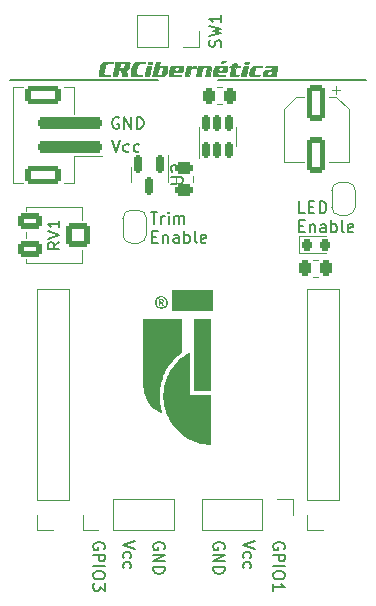
<source format=gbr>
%TF.GenerationSoftware,KiCad,Pcbnew,8.0.6*%
%TF.CreationDate,2025-10-11T08:40:00-07:00*%
%TF.ProjectId,cnft-tpl-esp32cam,636e6674-2d74-4706-9c2d-657370333263,rev?*%
%TF.SameCoordinates,Original*%
%TF.FileFunction,Legend,Top*%
%TF.FilePolarity,Positive*%
%FSLAX46Y46*%
G04 Gerber Fmt 4.6, Leading zero omitted, Abs format (unit mm)*
G04 Created by KiCad (PCBNEW 8.0.6) date 2025-10-11 08:40:00*
%MOMM*%
%LPD*%
G01*
G04 APERTURE LIST*
G04 Aperture macros list*
%AMRoundRect*
0 Rectangle with rounded corners*
0 $1 Rounding radius*
0 $2 $3 $4 $5 $6 $7 $8 $9 X,Y pos of 4 corners*
0 Add a 4 corners polygon primitive as box body*
4,1,4,$2,$3,$4,$5,$6,$7,$8,$9,$2,$3,0*
0 Add four circle primitives for the rounded corners*
1,1,$1+$1,$2,$3*
1,1,$1+$1,$4,$5*
1,1,$1+$1,$6,$7*
1,1,$1+$1,$8,$9*
0 Add four rect primitives between the rounded corners*
20,1,$1+$1,$2,$3,$4,$5,0*
20,1,$1+$1,$4,$5,$6,$7,0*
20,1,$1+$1,$6,$7,$8,$9,0*
20,1,$1+$1,$8,$9,$2,$3,0*%
%AMFreePoly0*
4,1,19,0.500000,-0.750000,0.000000,-0.750000,0.000000,-0.744911,-0.071157,-0.744911,-0.207708,-0.704816,-0.327430,-0.627875,-0.420627,-0.520320,-0.479746,-0.390866,-0.500000,-0.250000,-0.500000,0.250000,-0.479746,0.390866,-0.420627,0.520320,-0.327430,0.627875,-0.207708,0.704816,-0.071157,0.744911,0.000000,0.744911,0.000000,0.750000,0.500000,0.750000,0.500000,-0.750000,0.500000,-0.750000,
$1*%
%AMFreePoly1*
4,1,19,0.000000,0.744911,0.071157,0.744911,0.207708,0.704816,0.327430,0.627875,0.420627,0.520320,0.479746,0.390866,0.500000,0.250000,0.500000,-0.250000,0.479746,-0.390866,0.420627,-0.520320,0.327430,-0.627875,0.207708,-0.704816,0.071157,-0.744911,0.000000,-0.744911,0.000000,-0.750000,-0.500000,-0.750000,-0.500000,0.750000,0.000000,0.750000,0.000000,0.744911,0.000000,0.744911,
$1*%
G04 Aperture macros list end*
%ADD10C,0.200000*%
%ADD11C,0.170000*%
%ADD12C,0.150000*%
%ADD13C,0.120000*%
%ADD14C,0.010000*%
%ADD15C,0.000000*%
%ADD16RoundRect,0.250000X0.750000X-0.400000X0.750000X0.400000X-0.750000X0.400000X-0.750000X-0.400000X0*%
%ADD17RoundRect,0.250000X0.750000X-0.750000X0.750000X0.750000X-0.750000X0.750000X-0.750000X-0.750000X0*%
%ADD18R,1.700000X1.700000*%
%ADD19O,1.700000X1.700000*%
%ADD20RoundRect,0.150000X-0.150000X0.587500X-0.150000X-0.587500X0.150000X-0.587500X0.150000X0.587500X0*%
%ADD21RoundRect,0.250000X-0.475000X0.250000X-0.475000X-0.250000X0.475000X-0.250000X0.475000X0.250000X0*%
%ADD22RoundRect,0.150000X0.150000X-0.512500X0.150000X0.512500X-0.150000X0.512500X-0.150000X-0.512500X0*%
%ADD23RoundRect,0.250000X2.500000X-0.250000X2.500000X0.250000X-2.500000X0.250000X-2.500000X-0.250000X0*%
%ADD24RoundRect,0.250000X1.250000X-0.550000X1.250000X0.550000X-1.250000X0.550000X-1.250000X-0.550000X0*%
%ADD25RoundRect,0.250000X-0.262500X-0.450000X0.262500X-0.450000X0.262500X0.450000X-0.262500X0.450000X0*%
%ADD26FreePoly0,90.000000*%
%ADD27FreePoly1,90.000000*%
%ADD28RoundRect,0.250000X0.262500X0.450000X-0.262500X0.450000X-0.262500X-0.450000X0.262500X-0.450000X0*%
%ADD29RoundRect,0.250000X-0.550000X1.250000X-0.550000X-1.250000X0.550000X-1.250000X0.550000X1.250000X0*%
%ADD30RoundRect,0.218750X-0.218750X-0.256250X0.218750X-0.256250X0.218750X0.256250X-0.218750X0.256250X0*%
G04 APERTURE END LIST*
D10*
X18093323Y45712823D02*
X30632400Y45712823D01*
X13013323Y45712823D02*
X482600Y45712823D01*
D11*
X18609601Y5984254D02*
X18657220Y6079492D01*
X18657220Y6079492D02*
X18657220Y6222349D01*
X18657220Y6222349D02*
X18609601Y6365206D01*
X18609601Y6365206D02*
X18514363Y6460444D01*
X18514363Y6460444D02*
X18419125Y6508063D01*
X18419125Y6508063D02*
X18228649Y6555682D01*
X18228649Y6555682D02*
X18085792Y6555682D01*
X18085792Y6555682D02*
X17895316Y6508063D01*
X17895316Y6508063D02*
X17800078Y6460444D01*
X17800078Y6460444D02*
X17704840Y6365206D01*
X17704840Y6365206D02*
X17657220Y6222349D01*
X17657220Y6222349D02*
X17657220Y6127111D01*
X17657220Y6127111D02*
X17704840Y5984254D01*
X17704840Y5984254D02*
X17752459Y5936635D01*
X17752459Y5936635D02*
X18085792Y5936635D01*
X18085792Y5936635D02*
X18085792Y6127111D01*
X17657220Y5508063D02*
X18657220Y5508063D01*
X18657220Y5508063D02*
X17657220Y4936635D01*
X17657220Y4936635D02*
X18657220Y4936635D01*
X17657220Y4460444D02*
X18657220Y4460444D01*
X18657220Y4460444D02*
X18657220Y4222349D01*
X18657220Y4222349D02*
X18609601Y4079492D01*
X18609601Y4079492D02*
X18514363Y3984254D01*
X18514363Y3984254D02*
X18419125Y3936635D01*
X18419125Y3936635D02*
X18228649Y3889016D01*
X18228649Y3889016D02*
X18085792Y3889016D01*
X18085792Y3889016D02*
X17895316Y3936635D01*
X17895316Y3936635D02*
X17800078Y3984254D01*
X17800078Y3984254D02*
X17704840Y4079492D01*
X17704840Y4079492D02*
X17657220Y4222349D01*
X17657220Y4222349D02*
X17657220Y4460444D01*
X23689601Y5984254D02*
X23737220Y6079492D01*
X23737220Y6079492D02*
X23737220Y6222349D01*
X23737220Y6222349D02*
X23689601Y6365206D01*
X23689601Y6365206D02*
X23594363Y6460444D01*
X23594363Y6460444D02*
X23499125Y6508063D01*
X23499125Y6508063D02*
X23308649Y6555682D01*
X23308649Y6555682D02*
X23165792Y6555682D01*
X23165792Y6555682D02*
X22975316Y6508063D01*
X22975316Y6508063D02*
X22880078Y6460444D01*
X22880078Y6460444D02*
X22784840Y6365206D01*
X22784840Y6365206D02*
X22737220Y6222349D01*
X22737220Y6222349D02*
X22737220Y6127111D01*
X22737220Y6127111D02*
X22784840Y5984254D01*
X22784840Y5984254D02*
X22832459Y5936635D01*
X22832459Y5936635D02*
X23165792Y5936635D01*
X23165792Y5936635D02*
X23165792Y6127111D01*
X22737220Y5508063D02*
X23737220Y5508063D01*
X23737220Y5508063D02*
X23737220Y5127111D01*
X23737220Y5127111D02*
X23689601Y5031873D01*
X23689601Y5031873D02*
X23641982Y4984254D01*
X23641982Y4984254D02*
X23546744Y4936635D01*
X23546744Y4936635D02*
X23403887Y4936635D01*
X23403887Y4936635D02*
X23308649Y4984254D01*
X23308649Y4984254D02*
X23261030Y5031873D01*
X23261030Y5031873D02*
X23213411Y5127111D01*
X23213411Y5127111D02*
X23213411Y5508063D01*
X22737220Y4508063D02*
X23737220Y4508063D01*
X23737220Y3841397D02*
X23737220Y3650921D01*
X23737220Y3650921D02*
X23689601Y3555683D01*
X23689601Y3555683D02*
X23594363Y3460445D01*
X23594363Y3460445D02*
X23403887Y3412826D01*
X23403887Y3412826D02*
X23070554Y3412826D01*
X23070554Y3412826D02*
X22880078Y3460445D01*
X22880078Y3460445D02*
X22784840Y3555683D01*
X22784840Y3555683D02*
X22737220Y3650921D01*
X22737220Y3650921D02*
X22737220Y3841397D01*
X22737220Y3841397D02*
X22784840Y3936635D01*
X22784840Y3936635D02*
X22880078Y4031873D01*
X22880078Y4031873D02*
X23070554Y4079492D01*
X23070554Y4079492D02*
X23403887Y4079492D01*
X23403887Y4079492D02*
X23594363Y4031873D01*
X23594363Y4031873D02*
X23689601Y3936635D01*
X23689601Y3936635D02*
X23737220Y3841397D01*
X22737220Y2460445D02*
X22737220Y3031873D01*
X22737220Y2746159D02*
X23737220Y2746159D01*
X23737220Y2746159D02*
X23594363Y2841397D01*
X23594363Y2841397D02*
X23499125Y2936635D01*
X23499125Y2936635D02*
X23451506Y3031873D01*
X9122480Y40602821D02*
X9455813Y39602821D01*
X9455813Y39602821D02*
X9789146Y40602821D01*
X10551051Y39650440D02*
X10455813Y39602821D01*
X10455813Y39602821D02*
X10265337Y39602821D01*
X10265337Y39602821D02*
X10170099Y39650440D01*
X10170099Y39650440D02*
X10122480Y39698060D01*
X10122480Y39698060D02*
X10074861Y39793298D01*
X10074861Y39793298D02*
X10074861Y40079012D01*
X10074861Y40079012D02*
X10122480Y40174250D01*
X10122480Y40174250D02*
X10170099Y40221869D01*
X10170099Y40221869D02*
X10265337Y40269488D01*
X10265337Y40269488D02*
X10455813Y40269488D01*
X10455813Y40269488D02*
X10551051Y40221869D01*
X11408194Y39650440D02*
X11312956Y39602821D01*
X11312956Y39602821D02*
X11122480Y39602821D01*
X11122480Y39602821D02*
X11027242Y39650440D01*
X11027242Y39650440D02*
X10979623Y39698060D01*
X10979623Y39698060D02*
X10932004Y39793298D01*
X10932004Y39793298D02*
X10932004Y40079012D01*
X10932004Y40079012D02*
X10979623Y40174250D01*
X10979623Y40174250D02*
X11027242Y40221869D01*
X11027242Y40221869D02*
X11122480Y40269488D01*
X11122480Y40269488D02*
X11312956Y40269488D01*
X11312956Y40269488D02*
X11408194Y40221869D01*
X25438727Y34405565D02*
X24962537Y34405565D01*
X24962537Y34405565D02*
X24962537Y35405565D01*
X25772061Y34929375D02*
X26105394Y34929375D01*
X26248251Y34405565D02*
X25772061Y34405565D01*
X25772061Y34405565D02*
X25772061Y35405565D01*
X25772061Y35405565D02*
X26248251Y35405565D01*
X26676823Y34405565D02*
X26676823Y35405565D01*
X26676823Y35405565D02*
X26914918Y35405565D01*
X26914918Y35405565D02*
X27057775Y35357946D01*
X27057775Y35357946D02*
X27153013Y35262708D01*
X27153013Y35262708D02*
X27200632Y35167470D01*
X27200632Y35167470D02*
X27248251Y34976994D01*
X27248251Y34976994D02*
X27248251Y34834137D01*
X27248251Y34834137D02*
X27200632Y34643661D01*
X27200632Y34643661D02*
X27153013Y34548423D01*
X27153013Y34548423D02*
X27057775Y34453184D01*
X27057775Y34453184D02*
X26914918Y34405565D01*
X26914918Y34405565D02*
X26676823Y34405565D01*
X24962537Y33319431D02*
X25295870Y33319431D01*
X25438727Y32795621D02*
X24962537Y32795621D01*
X24962537Y32795621D02*
X24962537Y33795621D01*
X24962537Y33795621D02*
X25438727Y33795621D01*
X25867299Y33462288D02*
X25867299Y32795621D01*
X25867299Y33367050D02*
X25914918Y33414669D01*
X25914918Y33414669D02*
X26010156Y33462288D01*
X26010156Y33462288D02*
X26153013Y33462288D01*
X26153013Y33462288D02*
X26248251Y33414669D01*
X26248251Y33414669D02*
X26295870Y33319431D01*
X26295870Y33319431D02*
X26295870Y32795621D01*
X27200632Y32795621D02*
X27200632Y33319431D01*
X27200632Y33319431D02*
X27153013Y33414669D01*
X27153013Y33414669D02*
X27057775Y33462288D01*
X27057775Y33462288D02*
X26867299Y33462288D01*
X26867299Y33462288D02*
X26772061Y33414669D01*
X27200632Y32843240D02*
X27105394Y32795621D01*
X27105394Y32795621D02*
X26867299Y32795621D01*
X26867299Y32795621D02*
X26772061Y32843240D01*
X26772061Y32843240D02*
X26724442Y32938479D01*
X26724442Y32938479D02*
X26724442Y33033717D01*
X26724442Y33033717D02*
X26772061Y33128955D01*
X26772061Y33128955D02*
X26867299Y33176574D01*
X26867299Y33176574D02*
X27105394Y33176574D01*
X27105394Y33176574D02*
X27200632Y33224193D01*
X27676823Y32795621D02*
X27676823Y33795621D01*
X27676823Y33414669D02*
X27772061Y33462288D01*
X27772061Y33462288D02*
X27962537Y33462288D01*
X27962537Y33462288D02*
X28057775Y33414669D01*
X28057775Y33414669D02*
X28105394Y33367050D01*
X28105394Y33367050D02*
X28153013Y33271812D01*
X28153013Y33271812D02*
X28153013Y32986098D01*
X28153013Y32986098D02*
X28105394Y32890860D01*
X28105394Y32890860D02*
X28057775Y32843240D01*
X28057775Y32843240D02*
X27962537Y32795621D01*
X27962537Y32795621D02*
X27772061Y32795621D01*
X27772061Y32795621D02*
X27676823Y32843240D01*
X28724442Y32795621D02*
X28629204Y32843240D01*
X28629204Y32843240D02*
X28581585Y32938479D01*
X28581585Y32938479D02*
X28581585Y33795621D01*
X29486347Y32843240D02*
X29391109Y32795621D01*
X29391109Y32795621D02*
X29200633Y32795621D01*
X29200633Y32795621D02*
X29105395Y32843240D01*
X29105395Y32843240D02*
X29057776Y32938479D01*
X29057776Y32938479D02*
X29057776Y33319431D01*
X29057776Y33319431D02*
X29105395Y33414669D01*
X29105395Y33414669D02*
X29200633Y33462288D01*
X29200633Y33462288D02*
X29391109Y33462288D01*
X29391109Y33462288D02*
X29486347Y33414669D01*
X29486347Y33414669D02*
X29533966Y33319431D01*
X29533966Y33319431D02*
X29533966Y33224193D01*
X29533966Y33224193D02*
X29057776Y33128955D01*
X21197220Y6650920D02*
X20197220Y6317587D01*
X20197220Y6317587D02*
X21197220Y5984254D01*
X20244840Y5222349D02*
X20197220Y5317587D01*
X20197220Y5317587D02*
X20197220Y5508063D01*
X20197220Y5508063D02*
X20244840Y5603301D01*
X20244840Y5603301D02*
X20292459Y5650920D01*
X20292459Y5650920D02*
X20387697Y5698539D01*
X20387697Y5698539D02*
X20673411Y5698539D01*
X20673411Y5698539D02*
X20768649Y5650920D01*
X20768649Y5650920D02*
X20816268Y5603301D01*
X20816268Y5603301D02*
X20863887Y5508063D01*
X20863887Y5508063D02*
X20863887Y5317587D01*
X20863887Y5317587D02*
X20816268Y5222349D01*
X20244840Y4365206D02*
X20197220Y4460444D01*
X20197220Y4460444D02*
X20197220Y4650920D01*
X20197220Y4650920D02*
X20244840Y4746158D01*
X20244840Y4746158D02*
X20292459Y4793777D01*
X20292459Y4793777D02*
X20387697Y4841396D01*
X20387697Y4841396D02*
X20673411Y4841396D01*
X20673411Y4841396D02*
X20768649Y4793777D01*
X20768649Y4793777D02*
X20816268Y4746158D01*
X20816268Y4746158D02*
X20863887Y4650920D01*
X20863887Y4650920D02*
X20863887Y4460444D01*
X20863887Y4460444D02*
X20816268Y4365206D01*
X12373680Y34516565D02*
X12945108Y34516565D01*
X12659394Y33516565D02*
X12659394Y34516565D01*
X13278442Y33516565D02*
X13278442Y34183232D01*
X13278442Y33992756D02*
X13326061Y34087994D01*
X13326061Y34087994D02*
X13373680Y34135613D01*
X13373680Y34135613D02*
X13468918Y34183232D01*
X13468918Y34183232D02*
X13564156Y34183232D01*
X13897490Y33516565D02*
X13897490Y34183232D01*
X13897490Y34516565D02*
X13849871Y34468946D01*
X13849871Y34468946D02*
X13897490Y34421327D01*
X13897490Y34421327D02*
X13945109Y34468946D01*
X13945109Y34468946D02*
X13897490Y34516565D01*
X13897490Y34516565D02*
X13897490Y34421327D01*
X14373680Y33516565D02*
X14373680Y34183232D01*
X14373680Y34087994D02*
X14421299Y34135613D01*
X14421299Y34135613D02*
X14516537Y34183232D01*
X14516537Y34183232D02*
X14659394Y34183232D01*
X14659394Y34183232D02*
X14754632Y34135613D01*
X14754632Y34135613D02*
X14802251Y34040375D01*
X14802251Y34040375D02*
X14802251Y33516565D01*
X14802251Y34040375D02*
X14849870Y34135613D01*
X14849870Y34135613D02*
X14945108Y34183232D01*
X14945108Y34183232D02*
X15087965Y34183232D01*
X15087965Y34183232D02*
X15183204Y34135613D01*
X15183204Y34135613D02*
X15230823Y34040375D01*
X15230823Y34040375D02*
X15230823Y33516565D01*
X12516537Y32430431D02*
X12849870Y32430431D01*
X12992727Y31906621D02*
X12516537Y31906621D01*
X12516537Y31906621D02*
X12516537Y32906621D01*
X12516537Y32906621D02*
X12992727Y32906621D01*
X13421299Y32573288D02*
X13421299Y31906621D01*
X13421299Y32478050D02*
X13468918Y32525669D01*
X13468918Y32525669D02*
X13564156Y32573288D01*
X13564156Y32573288D02*
X13707013Y32573288D01*
X13707013Y32573288D02*
X13802251Y32525669D01*
X13802251Y32525669D02*
X13849870Y32430431D01*
X13849870Y32430431D02*
X13849870Y31906621D01*
X14754632Y31906621D02*
X14754632Y32430431D01*
X14754632Y32430431D02*
X14707013Y32525669D01*
X14707013Y32525669D02*
X14611775Y32573288D01*
X14611775Y32573288D02*
X14421299Y32573288D01*
X14421299Y32573288D02*
X14326061Y32525669D01*
X14754632Y31954240D02*
X14659394Y31906621D01*
X14659394Y31906621D02*
X14421299Y31906621D01*
X14421299Y31906621D02*
X14326061Y31954240D01*
X14326061Y31954240D02*
X14278442Y32049479D01*
X14278442Y32049479D02*
X14278442Y32144717D01*
X14278442Y32144717D02*
X14326061Y32239955D01*
X14326061Y32239955D02*
X14421299Y32287574D01*
X14421299Y32287574D02*
X14659394Y32287574D01*
X14659394Y32287574D02*
X14754632Y32335193D01*
X15230823Y31906621D02*
X15230823Y32906621D01*
X15230823Y32525669D02*
X15326061Y32573288D01*
X15326061Y32573288D02*
X15516537Y32573288D01*
X15516537Y32573288D02*
X15611775Y32525669D01*
X15611775Y32525669D02*
X15659394Y32478050D01*
X15659394Y32478050D02*
X15707013Y32382812D01*
X15707013Y32382812D02*
X15707013Y32097098D01*
X15707013Y32097098D02*
X15659394Y32001860D01*
X15659394Y32001860D02*
X15611775Y31954240D01*
X15611775Y31954240D02*
X15516537Y31906621D01*
X15516537Y31906621D02*
X15326061Y31906621D01*
X15326061Y31906621D02*
X15230823Y31954240D01*
X16278442Y31906621D02*
X16183204Y31954240D01*
X16183204Y31954240D02*
X16135585Y32049479D01*
X16135585Y32049479D02*
X16135585Y32906621D01*
X17040347Y31954240D02*
X16945109Y31906621D01*
X16945109Y31906621D02*
X16754633Y31906621D01*
X16754633Y31906621D02*
X16659395Y31954240D01*
X16659395Y31954240D02*
X16611776Y32049479D01*
X16611776Y32049479D02*
X16611776Y32430431D01*
X16611776Y32430431D02*
X16659395Y32525669D01*
X16659395Y32525669D02*
X16754633Y32573288D01*
X16754633Y32573288D02*
X16945109Y32573288D01*
X16945109Y32573288D02*
X17040347Y32525669D01*
X17040347Y32525669D02*
X17087966Y32430431D01*
X17087966Y32430431D02*
X17087966Y32335193D01*
X17087966Y32335193D02*
X16611776Y32239955D01*
X8449601Y5984254D02*
X8497220Y6079492D01*
X8497220Y6079492D02*
X8497220Y6222349D01*
X8497220Y6222349D02*
X8449601Y6365206D01*
X8449601Y6365206D02*
X8354363Y6460444D01*
X8354363Y6460444D02*
X8259125Y6508063D01*
X8259125Y6508063D02*
X8068649Y6555682D01*
X8068649Y6555682D02*
X7925792Y6555682D01*
X7925792Y6555682D02*
X7735316Y6508063D01*
X7735316Y6508063D02*
X7640078Y6460444D01*
X7640078Y6460444D02*
X7544840Y6365206D01*
X7544840Y6365206D02*
X7497220Y6222349D01*
X7497220Y6222349D02*
X7497220Y6127111D01*
X7497220Y6127111D02*
X7544840Y5984254D01*
X7544840Y5984254D02*
X7592459Y5936635D01*
X7592459Y5936635D02*
X7925792Y5936635D01*
X7925792Y5936635D02*
X7925792Y6127111D01*
X7497220Y5508063D02*
X8497220Y5508063D01*
X8497220Y5508063D02*
X8497220Y5127111D01*
X8497220Y5127111D02*
X8449601Y5031873D01*
X8449601Y5031873D02*
X8401982Y4984254D01*
X8401982Y4984254D02*
X8306744Y4936635D01*
X8306744Y4936635D02*
X8163887Y4936635D01*
X8163887Y4936635D02*
X8068649Y4984254D01*
X8068649Y4984254D02*
X8021030Y5031873D01*
X8021030Y5031873D02*
X7973411Y5127111D01*
X7973411Y5127111D02*
X7973411Y5508063D01*
X7497220Y4508063D02*
X8497220Y4508063D01*
X8497220Y3841397D02*
X8497220Y3650921D01*
X8497220Y3650921D02*
X8449601Y3555683D01*
X8449601Y3555683D02*
X8354363Y3460445D01*
X8354363Y3460445D02*
X8163887Y3412826D01*
X8163887Y3412826D02*
X7830554Y3412826D01*
X7830554Y3412826D02*
X7640078Y3460445D01*
X7640078Y3460445D02*
X7544840Y3555683D01*
X7544840Y3555683D02*
X7497220Y3650921D01*
X7497220Y3650921D02*
X7497220Y3841397D01*
X7497220Y3841397D02*
X7544840Y3936635D01*
X7544840Y3936635D02*
X7640078Y4031873D01*
X7640078Y4031873D02*
X7830554Y4079492D01*
X7830554Y4079492D02*
X8163887Y4079492D01*
X8163887Y4079492D02*
X8354363Y4031873D01*
X8354363Y4031873D02*
X8449601Y3936635D01*
X8449601Y3936635D02*
X8497220Y3841397D01*
X8497220Y3079492D02*
X8497220Y2460445D01*
X8497220Y2460445D02*
X8116268Y2793778D01*
X8116268Y2793778D02*
X8116268Y2650921D01*
X8116268Y2650921D02*
X8068649Y2555683D01*
X8068649Y2555683D02*
X8021030Y2508064D01*
X8021030Y2508064D02*
X7925792Y2460445D01*
X7925792Y2460445D02*
X7687697Y2460445D01*
X7687697Y2460445D02*
X7592459Y2508064D01*
X7592459Y2508064D02*
X7544840Y2555683D01*
X7544840Y2555683D02*
X7497220Y2650921D01*
X7497220Y2650921D02*
X7497220Y2936635D01*
X7497220Y2936635D02*
X7544840Y3031873D01*
X7544840Y3031873D02*
X7592459Y3079492D01*
X11037220Y6650920D02*
X10037220Y6317587D01*
X10037220Y6317587D02*
X11037220Y5984254D01*
X10084840Y5222349D02*
X10037220Y5317587D01*
X10037220Y5317587D02*
X10037220Y5508063D01*
X10037220Y5508063D02*
X10084840Y5603301D01*
X10084840Y5603301D02*
X10132459Y5650920D01*
X10132459Y5650920D02*
X10227697Y5698539D01*
X10227697Y5698539D02*
X10513411Y5698539D01*
X10513411Y5698539D02*
X10608649Y5650920D01*
X10608649Y5650920D02*
X10656268Y5603301D01*
X10656268Y5603301D02*
X10703887Y5508063D01*
X10703887Y5508063D02*
X10703887Y5317587D01*
X10703887Y5317587D02*
X10656268Y5222349D01*
X10084840Y4365206D02*
X10037220Y4460444D01*
X10037220Y4460444D02*
X10037220Y4650920D01*
X10037220Y4650920D02*
X10084840Y4746158D01*
X10084840Y4746158D02*
X10132459Y4793777D01*
X10132459Y4793777D02*
X10227697Y4841396D01*
X10227697Y4841396D02*
X10513411Y4841396D01*
X10513411Y4841396D02*
X10608649Y4793777D01*
X10608649Y4793777D02*
X10656268Y4746158D01*
X10656268Y4746158D02*
X10703887Y4650920D01*
X10703887Y4650920D02*
X10703887Y4460444D01*
X10703887Y4460444D02*
X10656268Y4365206D01*
X9687546Y42511002D02*
X9592308Y42558621D01*
X9592308Y42558621D02*
X9449451Y42558621D01*
X9449451Y42558621D02*
X9306594Y42511002D01*
X9306594Y42511002D02*
X9211356Y42415764D01*
X9211356Y42415764D02*
X9163737Y42320526D01*
X9163737Y42320526D02*
X9116118Y42130050D01*
X9116118Y42130050D02*
X9116118Y41987193D01*
X9116118Y41987193D02*
X9163737Y41796717D01*
X9163737Y41796717D02*
X9211356Y41701479D01*
X9211356Y41701479D02*
X9306594Y41606240D01*
X9306594Y41606240D02*
X9449451Y41558621D01*
X9449451Y41558621D02*
X9544689Y41558621D01*
X9544689Y41558621D02*
X9687546Y41606240D01*
X9687546Y41606240D02*
X9735165Y41653860D01*
X9735165Y41653860D02*
X9735165Y41987193D01*
X9735165Y41987193D02*
X9544689Y41987193D01*
X10163737Y41558621D02*
X10163737Y42558621D01*
X10163737Y42558621D02*
X10735165Y41558621D01*
X10735165Y41558621D02*
X10735165Y42558621D01*
X11211356Y41558621D02*
X11211356Y42558621D01*
X11211356Y42558621D02*
X11449451Y42558621D01*
X11449451Y42558621D02*
X11592308Y42511002D01*
X11592308Y42511002D02*
X11687546Y42415764D01*
X11687546Y42415764D02*
X11735165Y42320526D01*
X11735165Y42320526D02*
X11782784Y42130050D01*
X11782784Y42130050D02*
X11782784Y41987193D01*
X11782784Y41987193D02*
X11735165Y41796717D01*
X11735165Y41796717D02*
X11687546Y41701479D01*
X11687546Y41701479D02*
X11592308Y41606240D01*
X11592308Y41606240D02*
X11449451Y41558621D01*
X11449451Y41558621D02*
X11211356Y41558621D01*
X13529601Y5984254D02*
X13577220Y6079492D01*
X13577220Y6079492D02*
X13577220Y6222349D01*
X13577220Y6222349D02*
X13529601Y6365206D01*
X13529601Y6365206D02*
X13434363Y6460444D01*
X13434363Y6460444D02*
X13339125Y6508063D01*
X13339125Y6508063D02*
X13148649Y6555682D01*
X13148649Y6555682D02*
X13005792Y6555682D01*
X13005792Y6555682D02*
X12815316Y6508063D01*
X12815316Y6508063D02*
X12720078Y6460444D01*
X12720078Y6460444D02*
X12624840Y6365206D01*
X12624840Y6365206D02*
X12577220Y6222349D01*
X12577220Y6222349D02*
X12577220Y6127111D01*
X12577220Y6127111D02*
X12624840Y5984254D01*
X12624840Y5984254D02*
X12672459Y5936635D01*
X12672459Y5936635D02*
X13005792Y5936635D01*
X13005792Y5936635D02*
X13005792Y6127111D01*
X12577220Y5508063D02*
X13577220Y5508063D01*
X13577220Y5508063D02*
X12577220Y4936635D01*
X12577220Y4936635D02*
X13577220Y4936635D01*
X12577220Y4460444D02*
X13577220Y4460444D01*
X13577220Y4460444D02*
X13577220Y4222349D01*
X13577220Y4222349D02*
X13529601Y4079492D01*
X13529601Y4079492D02*
X13434363Y3984254D01*
X13434363Y3984254D02*
X13339125Y3936635D01*
X13339125Y3936635D02*
X13148649Y3889016D01*
X13148649Y3889016D02*
X13005792Y3889016D01*
X13005792Y3889016D02*
X12815316Y3936635D01*
X12815316Y3936635D02*
X12720078Y3984254D01*
X12720078Y3984254D02*
X12624840Y4079492D01*
X12624840Y4079492D02*
X12577220Y4222349D01*
X12577220Y4222349D02*
X12577220Y4460444D01*
D12*
X4645819Y31967562D02*
X4169628Y31634229D01*
X4645819Y31396134D02*
X3645819Y31396134D01*
X3645819Y31396134D02*
X3645819Y31777086D01*
X3645819Y31777086D02*
X3693438Y31872324D01*
X3693438Y31872324D02*
X3741057Y31919943D01*
X3741057Y31919943D02*
X3836295Y31967562D01*
X3836295Y31967562D02*
X3979152Y31967562D01*
X3979152Y31967562D02*
X4074390Y31919943D01*
X4074390Y31919943D02*
X4122009Y31872324D01*
X4122009Y31872324D02*
X4169628Y31777086D01*
X4169628Y31777086D02*
X4169628Y31396134D01*
X3645819Y32253277D02*
X4645819Y32586610D01*
X4645819Y32586610D02*
X3645819Y32919943D01*
X4645819Y33777086D02*
X4645819Y33205658D01*
X4645819Y33491372D02*
X3645819Y33491372D01*
X3645819Y33491372D02*
X3788676Y33396134D01*
X3788676Y33396134D02*
X3883914Y33300896D01*
X3883914Y33300896D02*
X3931533Y33205658D01*
X18295600Y48501868D02*
X18343219Y48644725D01*
X18343219Y48644725D02*
X18343219Y48882820D01*
X18343219Y48882820D02*
X18295600Y48978058D01*
X18295600Y48978058D02*
X18247980Y49025677D01*
X18247980Y49025677D02*
X18152742Y49073296D01*
X18152742Y49073296D02*
X18057504Y49073296D01*
X18057504Y49073296D02*
X17962266Y49025677D01*
X17962266Y49025677D02*
X17914647Y48978058D01*
X17914647Y48978058D02*
X17867028Y48882820D01*
X17867028Y48882820D02*
X17819409Y48692344D01*
X17819409Y48692344D02*
X17771790Y48597106D01*
X17771790Y48597106D02*
X17724171Y48549487D01*
X17724171Y48549487D02*
X17628933Y48501868D01*
X17628933Y48501868D02*
X17533695Y48501868D01*
X17533695Y48501868D02*
X17438457Y48549487D01*
X17438457Y48549487D02*
X17390838Y48597106D01*
X17390838Y48597106D02*
X17343219Y48692344D01*
X17343219Y48692344D02*
X17343219Y48930439D01*
X17343219Y48930439D02*
X17390838Y49073296D01*
X17343219Y49406630D02*
X18343219Y49644725D01*
X18343219Y49644725D02*
X17628933Y49835201D01*
X17628933Y49835201D02*
X18343219Y50025677D01*
X18343219Y50025677D02*
X17343219Y50263772D01*
X18343219Y51168534D02*
X18343219Y50597106D01*
X18343219Y50882820D02*
X17343219Y50882820D01*
X17343219Y50882820D02*
X17486076Y50787582D01*
X17486076Y50787582D02*
X17581314Y50692344D01*
X17581314Y50692344D02*
X17628933Y50597106D01*
X14112819Y36908596D02*
X14922342Y36908596D01*
X14922342Y36908596D02*
X15017580Y36956215D01*
X15017580Y36956215D02*
X15065200Y37003834D01*
X15065200Y37003834D02*
X15112819Y37099072D01*
X15112819Y37099072D02*
X15112819Y37289548D01*
X15112819Y37289548D02*
X15065200Y37384786D01*
X15065200Y37384786D02*
X15017580Y37432405D01*
X15017580Y37432405D02*
X14922342Y37480024D01*
X14922342Y37480024D02*
X14112819Y37480024D01*
X14208057Y37908596D02*
X14160438Y37956215D01*
X14160438Y37956215D02*
X14112819Y38051453D01*
X14112819Y38051453D02*
X14112819Y38289548D01*
X14112819Y38289548D02*
X14160438Y38384786D01*
X14160438Y38384786D02*
X14208057Y38432405D01*
X14208057Y38432405D02*
X14303295Y38480024D01*
X14303295Y38480024D02*
X14398533Y38480024D01*
X14398533Y38480024D02*
X14541390Y38432405D01*
X14541390Y38432405D02*
X15112819Y37860977D01*
X15112819Y37860977D02*
X15112819Y38480024D01*
D13*
%TO.C,RV1*%
X1821000Y30192800D02*
X6561000Y30192800D01*
X1821000Y30192800D02*
X1821000Y30502800D01*
X6561000Y30192800D02*
X6561000Y31292800D01*
X1821000Y32322800D02*
X1821000Y32802800D01*
X6561000Y33822800D02*
X6561000Y34932800D01*
X1821000Y34622800D02*
X1821000Y34932800D01*
X1821000Y34932800D02*
X6561000Y34932800D01*
%TO.C,SW1*%
X11248400Y51165200D02*
X11248400Y48505200D01*
X13848400Y51165200D02*
X11248400Y51165200D01*
X13848400Y51165200D02*
X13848400Y48505200D01*
X13848400Y48505200D02*
X11248400Y48505200D01*
X16448400Y49835200D02*
X16448400Y48505200D01*
X16448400Y48505200D02*
X15118400Y48505200D01*
%TO.C,U2*%
X10698000Y37670500D02*
X10698000Y38320500D01*
X10698000Y37670500D02*
X10698000Y37020500D01*
X13818000Y37670500D02*
X13818000Y39345500D01*
X13818000Y37670500D02*
X13818000Y37020500D01*
%TO.C,J2*%
X2784800Y10150000D02*
X2784800Y27990000D01*
X2784800Y7550000D02*
X2784800Y8880000D01*
X4114800Y7550000D02*
X2784800Y7550000D01*
X5444800Y27990000D02*
X2784800Y27990000D01*
X5444800Y10150000D02*
X2784800Y10150000D01*
X5444800Y10150000D02*
X5444800Y27990000D01*
%TO.C,C1*%
X14505000Y37586252D02*
X14505000Y37063748D01*
X15975000Y37586252D02*
X15975000Y37063748D01*
%TO.C,U1*%
X16474000Y40913900D02*
X16474000Y41713900D01*
X16474000Y40913900D02*
X16474000Y39113900D01*
X19594000Y40913900D02*
X19594000Y41713900D01*
X19594000Y40913900D02*
X19594000Y40113900D01*
%TO.C,J3*%
X687400Y45116500D02*
X1537400Y45116500D01*
X687400Y36946500D02*
X687400Y45116500D01*
X1537400Y36946500D02*
X687400Y36946500D01*
X5057400Y45116500D02*
X5907400Y45116500D01*
X5057400Y36946500D02*
X5907400Y36946500D01*
X5907400Y45116500D02*
X5907400Y42791500D01*
X5907400Y39271500D02*
X8297400Y39271500D01*
X5907400Y36946500D02*
X5907400Y39271500D01*
%TO.C,R2*%
X26125936Y30478400D02*
X26580064Y30478400D01*
X26125936Y29008400D02*
X26580064Y29008400D01*
%TO.C,JP2*%
X10023600Y32574000D02*
X10023600Y33974000D01*
X10723600Y34674000D02*
X11323600Y34674000D01*
X11323600Y31874000D02*
X10723600Y31874000D01*
X12023600Y33974000D02*
X12023600Y32574000D01*
X10023600Y33974000D02*
G75*
G02*
X10723600Y34674000I700000J0D01*
G01*
X10723600Y31874000D02*
G75*
G02*
X10023600Y32574000I-1J699999D01*
G01*
X11323600Y34674000D02*
G75*
G02*
X12023600Y33974000I0J-700000D01*
G01*
X12023600Y32574000D02*
G75*
G02*
X11323600Y31874000I-699999J-1D01*
G01*
%TO.C,J5*%
X6620000Y7560000D02*
X6620000Y8890000D01*
X7950000Y7560000D02*
X6620000Y7560000D01*
X9220000Y10220000D02*
X14360000Y10220000D01*
X9220000Y7560000D02*
X9220000Y10220000D01*
X9220000Y7560000D02*
X14360000Y7560000D01*
X14360000Y7560000D02*
X14360000Y10220000D01*
%TO.C,R1*%
X18452064Y45108800D02*
X17997936Y45108800D01*
X18452064Y43638800D02*
X17997936Y43638800D01*
D14*
%TO.C,G\u002A\u002A\u002A*%
X18741572Y47314619D02*
X18614572Y47207714D01*
X18528919Y47149105D01*
X18443296Y47110750D01*
X18374432Y47096600D01*
X18339057Y47110608D01*
X18345807Y47144214D01*
X18432065Y47256868D01*
X18535769Y47308730D01*
X18611124Y47315595D01*
X18741572Y47314619D01*
G36*
X18741572Y47314619D02*
G01*
X18614572Y47207714D01*
X18528919Y47149105D01*
X18443296Y47110750D01*
X18374432Y47096600D01*
X18339057Y47110608D01*
X18345807Y47144214D01*
X18432065Y47256868D01*
X18535769Y47308730D01*
X18611124Y47315595D01*
X18741572Y47314619D01*
G37*
X12453967Y47238756D02*
X12506885Y47216544D01*
X12511964Y47167648D01*
X12496547Y47119968D01*
X12456114Y47081706D01*
X12364420Y47064482D01*
X12296975Y47062572D01*
X12194754Y47068689D01*
X12130578Y47084297D01*
X12119429Y47095889D01*
X12136314Y47180611D01*
X12195325Y47227039D01*
X12308992Y47243550D01*
X12341025Y47244000D01*
X12453967Y47238756D01*
G36*
X12453967Y47238756D02*
G01*
X12506885Y47216544D01*
X12511964Y47167648D01*
X12496547Y47119968D01*
X12456114Y47081706D01*
X12364420Y47064482D01*
X12296975Y47062572D01*
X12194754Y47068689D01*
X12130578Y47084297D01*
X12119429Y47095889D01*
X12136314Y47180611D01*
X12195325Y47227039D01*
X12308992Y47243550D01*
X12341025Y47244000D01*
X12453967Y47238756D01*
G37*
X20685165Y47232319D02*
X20698745Y47202400D01*
X20692070Y47155019D01*
X20674405Y47099624D01*
X20635429Y47072243D01*
X20554521Y47063219D01*
X20494675Y47062572D01*
X20388159Y47065488D01*
X20336933Y47079812D01*
X20323778Y47113905D01*
X20326548Y47144214D01*
X20343106Y47193559D01*
X20387466Y47220385D01*
X20478749Y47233647D01*
X20523943Y47236662D01*
X20632439Y47241048D01*
X20685165Y47232319D01*
G36*
X20685165Y47232319D02*
G01*
X20698745Y47202400D01*
X20692070Y47155019D01*
X20674405Y47099624D01*
X20635429Y47072243D01*
X20554521Y47063219D01*
X20494675Y47062572D01*
X20388159Y47065488D01*
X20336933Y47079812D01*
X20323778Y47113905D01*
X20326548Y47144214D01*
X20343106Y47193559D01*
X20387466Y47220385D01*
X20478749Y47233647D01*
X20523943Y47236662D01*
X20632439Y47241048D01*
X20685165Y47232319D01*
G37*
X20523089Y46879076D02*
X20578769Y46864864D01*
X20604009Y46826493D01*
X20601936Y46751948D01*
X20575676Y46629214D01*
X20537714Y46482000D01*
X20502831Y46336440D01*
X20477224Y46205878D01*
X20465919Y46116290D01*
X20465765Y46110072D01*
X20461550Y46054029D01*
X20438156Y46024245D01*
X20378117Y46012428D01*
X20263966Y46010288D01*
X20255537Y46010286D01*
X20045930Y46010286D01*
X20151664Y46445714D01*
X20257398Y46881143D01*
X20433842Y46881143D01*
X20523089Y46879076D01*
G36*
X20523089Y46879076D02*
G01*
X20578769Y46864864D01*
X20604009Y46826493D01*
X20601936Y46751948D01*
X20575676Y46629214D01*
X20537714Y46482000D01*
X20502831Y46336440D01*
X20477224Y46205878D01*
X20465919Y46116290D01*
X20465765Y46110072D01*
X20461550Y46054029D01*
X20438156Y46024245D01*
X20378117Y46012428D01*
X20263966Y46010288D01*
X20255537Y46010286D01*
X20045930Y46010286D01*
X20151664Y46445714D01*
X20257398Y46881143D01*
X20433842Y46881143D01*
X20523089Y46879076D01*
G37*
X12373598Y46876965D02*
X12428063Y46862202D01*
X12435250Y46833100D01*
X12434212Y46830190D01*
X12418789Y46775229D01*
X12392345Y46666380D01*
X12358933Y46520747D01*
X12331103Y46394761D01*
X12247546Y46010286D01*
X12052255Y46010286D01*
X11940364Y46012436D01*
X11885217Y46023840D01*
X11871008Y46051930D01*
X11878633Y46091929D01*
X11895997Y46161596D01*
X11924938Y46282037D01*
X11960693Y46433318D01*
X11982650Y46527230D01*
X12065000Y46880889D01*
X12259382Y46881016D01*
X12373598Y46876965D01*
G36*
X12373598Y46876965D02*
G01*
X12428063Y46862202D01*
X12435250Y46833100D01*
X12434212Y46830190D01*
X12418789Y46775229D01*
X12392345Y46666380D01*
X12358933Y46520747D01*
X12331103Y46394761D01*
X12247546Y46010286D01*
X12052255Y46010286D01*
X11940364Y46012436D01*
X11885217Y46023840D01*
X11871008Y46051930D01*
X11878633Y46091929D01*
X11895997Y46161596D01*
X11924938Y46282037D01*
X11960693Y46433318D01*
X11982650Y46527230D01*
X12065000Y46880889D01*
X12259382Y46881016D01*
X12373598Y46876965D01*
G37*
X16173693Y46876961D02*
X16211433Y46854706D01*
X16214968Y46799814D01*
X16213053Y46781886D01*
X16199739Y46719819D01*
X16164726Y46693502D01*
X16086330Y46691343D01*
X16048407Y46693870D01*
X15918748Y46685735D01*
X15821815Y46633996D01*
X15750269Y46530342D01*
X15696772Y46366463D01*
X15677103Y46273357D01*
X15627502Y46010286D01*
X15429519Y46010286D01*
X15316632Y46012376D01*
X15260560Y46023504D01*
X15245569Y46050956D01*
X15253204Y46091929D01*
X15270569Y46161596D01*
X15299510Y46282037D01*
X15335264Y46433318D01*
X15357222Y46527230D01*
X15439572Y46880889D01*
X15610790Y46881016D01*
X15716024Y46876068D01*
X15761510Y46858280D01*
X15762531Y46830385D01*
X15760120Y46773572D01*
X15798886Y46759805D01*
X15859050Y46792742D01*
X15875775Y46809427D01*
X15976582Y46868539D01*
X16082606Y46881143D01*
X16173693Y46876961D01*
G36*
X16173693Y46876961D02*
G01*
X16211433Y46854706D01*
X16214968Y46799814D01*
X16213053Y46781886D01*
X16199739Y46719819D01*
X16164726Y46693502D01*
X16086330Y46691343D01*
X16048407Y46693870D01*
X15918748Y46685735D01*
X15821815Y46633996D01*
X15750269Y46530342D01*
X15696772Y46366463D01*
X15677103Y46273357D01*
X15627502Y46010286D01*
X15429519Y46010286D01*
X15316632Y46012376D01*
X15260560Y46023504D01*
X15245569Y46050956D01*
X15253204Y46091929D01*
X15270569Y46161596D01*
X15299510Y46282037D01*
X15335264Y46433318D01*
X15357222Y46527230D01*
X15439572Y46880889D01*
X15610790Y46881016D01*
X15716024Y46876068D01*
X15761510Y46858280D01*
X15762531Y46830385D01*
X15760120Y46773572D01*
X15798886Y46759805D01*
X15859050Y46792742D01*
X15875775Y46809427D01*
X15976582Y46868539D01*
X16082606Y46881143D01*
X16173693Y46876961D01*
G37*
X21586874Y46879499D02*
X21705531Y46873580D01*
X21774115Y46861905D01*
X21803848Y46842993D01*
X21807714Y46828241D01*
X21790637Y46799621D01*
X21731485Y46780825D01*
X21618383Y46769168D01*
X21526548Y46764741D01*
X21245382Y46754143D01*
X21196926Y46609000D01*
X21163810Y46474327D01*
X21143940Y46327246D01*
X21142450Y46300571D01*
X21136429Y46137286D01*
X21383810Y46126501D01*
X21526200Y46115426D01*
X21601690Y46096848D01*
X21616710Y46072072D01*
X21575374Y46049003D01*
X21467225Y46032080D01*
X21289937Y46021001D01*
X21202360Y46018219D01*
X21019075Y46015363D01*
X20894905Y46018817D01*
X20816557Y46029970D01*
X20770743Y46050213D01*
X20755203Y46064987D01*
X20733984Y46105780D01*
X20729780Y46168050D01*
X20743529Y46267960D01*
X20775764Y46419910D01*
X20820859Y46600581D01*
X20868858Y46726728D01*
X20933102Y46808099D01*
X21026929Y46854442D01*
X21163681Y46875507D01*
X21356698Y46881041D01*
X21406922Y46881143D01*
X21586874Y46879499D01*
G36*
X21586874Y46879499D02*
G01*
X21705531Y46873580D01*
X21774115Y46861905D01*
X21803848Y46842993D01*
X21807714Y46828241D01*
X21790637Y46799621D01*
X21731485Y46780825D01*
X21618383Y46769168D01*
X21526548Y46764741D01*
X21245382Y46754143D01*
X21196926Y46609000D01*
X21163810Y46474327D01*
X21143940Y46327246D01*
X21142450Y46300571D01*
X21136429Y46137286D01*
X21383810Y46126501D01*
X21526200Y46115426D01*
X21601690Y46096848D01*
X21616710Y46072072D01*
X21575374Y46049003D01*
X21467225Y46032080D01*
X21289937Y46021001D01*
X21202360Y46018219D01*
X21019075Y46015363D01*
X20894905Y46018817D01*
X20816557Y46029970D01*
X20770743Y46050213D01*
X20755203Y46064987D01*
X20733984Y46105780D01*
X20729780Y46168050D01*
X20743529Y46267960D01*
X20775764Y46419910D01*
X20820859Y46600581D01*
X20868858Y46726728D01*
X20933102Y46808099D01*
X21026929Y46854442D01*
X21163681Y46875507D01*
X21356698Y46881041D01*
X21406922Y46881143D01*
X21586874Y46879499D01*
G37*
X16701618Y46871819D02*
X16767056Y46846417D01*
X16774584Y46835786D01*
X16798813Y46808625D01*
X16839293Y46835786D01*
X16897831Y46857673D01*
X17005057Y46873085D01*
X17137300Y46881090D01*
X17270890Y46880758D01*
X17382156Y46871157D01*
X17432318Y46859118D01*
X17474986Y46807741D01*
X17488023Y46696336D01*
X17471410Y46522822D01*
X17426562Y46291500D01*
X17363374Y46010286D01*
X17170099Y46010286D01*
X17058398Y46013370D01*
X17003992Y46026305D01*
X16991737Y46054612D01*
X16995923Y46073786D01*
X17032038Y46208634D01*
X17065506Y46358969D01*
X17092805Y46505196D01*
X17110415Y46627719D01*
X17114815Y46706944D01*
X17112317Y46721553D01*
X17072554Y46757878D01*
X16982791Y46767576D01*
X16936689Y46765317D01*
X16836889Y46752424D01*
X16782579Y46719036D01*
X16746675Y46644550D01*
X16735927Y46612592D01*
X16703608Y46497882D01*
X16668445Y46349596D01*
X16646009Y46240663D01*
X16602307Y46010286D01*
X16406779Y46010286D01*
X16294799Y46012431D01*
X16239568Y46023811D01*
X16225286Y46051846D01*
X16232905Y46091929D01*
X16249983Y46161687D01*
X16278149Y46282306D01*
X16312768Y46433797D01*
X16333849Y46527357D01*
X16413139Y46881143D01*
X16585546Y46881143D01*
X16701618Y46871819D01*
G36*
X16701618Y46871819D02*
G01*
X16767056Y46846417D01*
X16774584Y46835786D01*
X16798813Y46808625D01*
X16839293Y46835786D01*
X16897831Y46857673D01*
X17005057Y46873085D01*
X17137300Y46881090D01*
X17270890Y46880758D01*
X17382156Y46871157D01*
X17432318Y46859118D01*
X17474986Y46807741D01*
X17488023Y46696336D01*
X17471410Y46522822D01*
X17426562Y46291500D01*
X17363374Y46010286D01*
X17170099Y46010286D01*
X17058398Y46013370D01*
X17003992Y46026305D01*
X16991737Y46054612D01*
X16995923Y46073786D01*
X17032038Y46208634D01*
X17065506Y46358969D01*
X17092805Y46505196D01*
X17110415Y46627719D01*
X17114815Y46706944D01*
X17112317Y46721553D01*
X17072554Y46757878D01*
X16982791Y46767576D01*
X16936689Y46765317D01*
X16836889Y46752424D01*
X16782579Y46719036D01*
X16746675Y46644550D01*
X16735927Y46612592D01*
X16703608Y46497882D01*
X16668445Y46349596D01*
X16646009Y46240663D01*
X16602307Y46010286D01*
X16406779Y46010286D01*
X16294799Y46012431D01*
X16239568Y46023811D01*
X16225286Y46051846D01*
X16232905Y46091929D01*
X16249983Y46161687D01*
X16278149Y46282306D01*
X16312768Y46433797D01*
X16333849Y46527357D01*
X16413139Y46881143D01*
X16585546Y46881143D01*
X16701618Y46871819D01*
G37*
X19619360Y47094920D02*
X19658295Y47073649D01*
X19662689Y47020855D01*
X19660383Y46999071D01*
X19658283Y46938902D01*
X19682160Y46907788D01*
X19749671Y46893713D01*
X19823401Y46888131D01*
X19937337Y46871055D01*
X19982780Y46843478D01*
X19961677Y46812367D01*
X19875971Y46784688D01*
X19791049Y46772286D01*
X19612440Y46754143D01*
X19551838Y46536429D01*
X19518522Y46402377D01*
X19495308Y46281849D01*
X19488332Y46218929D01*
X19491134Y46160192D01*
X19516152Y46130665D01*
X19581614Y46120328D01*
X19669881Y46119143D01*
X19785178Y46113143D01*
X19836442Y46093776D01*
X19839303Y46073786D01*
X19796462Y46047216D01*
X19701146Y46028238D01*
X19573085Y46017178D01*
X19432013Y46014365D01*
X19297659Y46020127D01*
X19189757Y46034791D01*
X19128036Y46058686D01*
X19124896Y46061914D01*
X19105284Y46103714D01*
X19103486Y46171465D01*
X19120619Y46280432D01*
X19150935Y46416988D01*
X19181527Y46556833D01*
X19201581Y46669110D01*
X19208033Y46735714D01*
X19206410Y46745072D01*
X19161655Y46767790D01*
X19120430Y46772286D01*
X19062793Y46795529D01*
X19050000Y46826714D01*
X19082455Y46869926D01*
X19158857Y46881143D01*
X19243837Y46896714D01*
X19267714Y46932980D01*
X19300620Y47016789D01*
X19389188Y47075301D01*
X19518197Y47098776D01*
X19526903Y47098857D01*
X19619360Y47094920D01*
G36*
X19619360Y47094920D02*
G01*
X19658295Y47073649D01*
X19662689Y47020855D01*
X19660383Y46999071D01*
X19658283Y46938902D01*
X19682160Y46907788D01*
X19749671Y46893713D01*
X19823401Y46888131D01*
X19937337Y46871055D01*
X19982780Y46843478D01*
X19961677Y46812367D01*
X19875971Y46784688D01*
X19791049Y46772286D01*
X19612440Y46754143D01*
X19551838Y46536429D01*
X19518522Y46402377D01*
X19495308Y46281849D01*
X19488332Y46218929D01*
X19491134Y46160192D01*
X19516152Y46130665D01*
X19581614Y46120328D01*
X19669881Y46119143D01*
X19785178Y46113143D01*
X19836442Y46093776D01*
X19839303Y46073786D01*
X19796462Y46047216D01*
X19701146Y46028238D01*
X19573085Y46017178D01*
X19432013Y46014365D01*
X19297659Y46020127D01*
X19189757Y46034791D01*
X19128036Y46058686D01*
X19124896Y46061914D01*
X19105284Y46103714D01*
X19103486Y46171465D01*
X19120619Y46280432D01*
X19150935Y46416988D01*
X19181527Y46556833D01*
X19201581Y46669110D01*
X19208033Y46735714D01*
X19206410Y46745072D01*
X19161655Y46767790D01*
X19120430Y46772286D01*
X19062793Y46795529D01*
X19050000Y46826714D01*
X19082455Y46869926D01*
X19158857Y46881143D01*
X19243837Y46896714D01*
X19267714Y46932980D01*
X19300620Y47016789D01*
X19389188Y47075301D01*
X19518197Y47098776D01*
X19526903Y47098857D01*
X19619360Y47094920D01*
G37*
X11708511Y47242707D02*
X11814582Y47237535D01*
X11871467Y47226547D01*
X11890844Y47207804D01*
X11887454Y47186604D01*
X11868103Y47123274D01*
X11865511Y47104961D01*
X11832391Y47094629D01*
X11745095Y47090116D01*
X11621849Y47092287D01*
X11609824Y47092829D01*
X11454193Y47093576D01*
X11344959Y47080296D01*
X11303795Y47063231D01*
X11271288Y47008488D01*
X11233188Y46902978D01*
X11193401Y46764051D01*
X11155829Y46609057D01*
X11124378Y46455344D01*
X11102953Y46320263D01*
X11095457Y46221162D01*
X11104266Y46176635D01*
X11158863Y46157551D01*
X11265468Y46145104D01*
X11403646Y46141606D01*
X11412747Y46141735D01*
X11549239Y46142728D01*
X11626217Y46137689D01*
X11656696Y46123064D01*
X11653692Y46095299D01*
X11645241Y46078235D01*
X11622592Y46049155D01*
X11582917Y46029713D01*
X11513195Y46018021D01*
X11400400Y46012194D01*
X11231508Y46010347D01*
X11176000Y46010286D01*
X10990783Y46011303D01*
X10864974Y46015677D01*
X10785424Y46025392D01*
X10738982Y46042433D01*
X10712498Y46068783D01*
X10705097Y46081342D01*
X10690722Y46140019D01*
X10694852Y46236980D01*
X10718566Y46384040D01*
X10744039Y46507699D01*
X10800679Y46754988D01*
X10855154Y46939771D01*
X10917286Y47071115D01*
X10996897Y47158089D01*
X11103809Y47209759D01*
X11247844Y47235195D01*
X11438824Y47243464D01*
X11541574Y47244000D01*
X11708511Y47242707D01*
G36*
X11708511Y47242707D02*
G01*
X11814582Y47237535D01*
X11871467Y47226547D01*
X11890844Y47207804D01*
X11887454Y47186604D01*
X11868103Y47123274D01*
X11865511Y47104961D01*
X11832391Y47094629D01*
X11745095Y47090116D01*
X11621849Y47092287D01*
X11609824Y47092829D01*
X11454193Y47093576D01*
X11344959Y47080296D01*
X11303795Y47063231D01*
X11271288Y47008488D01*
X11233188Y46902978D01*
X11193401Y46764051D01*
X11155829Y46609057D01*
X11124378Y46455344D01*
X11102953Y46320263D01*
X11095457Y46221162D01*
X11104266Y46176635D01*
X11158863Y46157551D01*
X11265468Y46145104D01*
X11403646Y46141606D01*
X11412747Y46141735D01*
X11549239Y46142728D01*
X11626217Y46137689D01*
X11656696Y46123064D01*
X11653692Y46095299D01*
X11645241Y46078235D01*
X11622592Y46049155D01*
X11582917Y46029713D01*
X11513195Y46018021D01*
X11400400Y46012194D01*
X11231508Y46010347D01*
X11176000Y46010286D01*
X10990783Y46011303D01*
X10864974Y46015677D01*
X10785424Y46025392D01*
X10738982Y46042433D01*
X10712498Y46068783D01*
X10705097Y46081342D01*
X10690722Y46140019D01*
X10694852Y46236980D01*
X10718566Y46384040D01*
X10744039Y46507699D01*
X10800679Y46754988D01*
X10855154Y46939771D01*
X10917286Y47071115D01*
X10996897Y47158089D01*
X11103809Y47209759D01*
X11247844Y47235195D01*
X11438824Y47243464D01*
X11541574Y47244000D01*
X11708511Y47242707D01*
G37*
X8983910Y47243236D02*
X9088735Y47238938D01*
X9147541Y47228102D01*
X9173606Y47207721D01*
X9180203Y47174789D01*
X9180370Y47162357D01*
X9176106Y47120435D01*
X9152892Y47096914D01*
X9095258Y47087582D01*
X8987735Y47088224D01*
X8917299Y47090708D01*
X8781103Y47091471D01*
X8670569Y47084069D01*
X8608292Y47070085D01*
X8606357Y47068923D01*
X8577809Y47021654D01*
X8539798Y46921392D01*
X8497323Y46786259D01*
X8455381Y46634377D01*
X8418971Y46483869D01*
X8393092Y46352858D01*
X8382742Y46259465D01*
X8382728Y46258097D01*
X8396620Y46184814D01*
X8453796Y46147064D01*
X8492319Y46136965D01*
X8594797Y46127584D01*
X8727286Y46131704D01*
X8788082Y46138240D01*
X8895637Y46150590D01*
X8946738Y46146699D01*
X8956343Y46123232D01*
X8949907Y46102191D01*
X8929756Y46042398D01*
X8926286Y46025461D01*
X8892898Y46014219D01*
X8803892Y46008034D01*
X8676007Y46006379D01*
X8525981Y46008727D01*
X8370553Y46014549D01*
X8226462Y46023318D01*
X8110446Y46034507D01*
X8039243Y46047587D01*
X8026400Y46053829D01*
X7994418Y46114243D01*
X7986819Y46213263D01*
X8004234Y46359444D01*
X8047294Y46561344D01*
X8070720Y46655264D01*
X8130722Y46872759D01*
X8190138Y47028998D01*
X8261775Y47134049D01*
X8358444Y47197979D01*
X8492955Y47230857D01*
X8678117Y47242749D01*
X8819791Y47244000D01*
X8983910Y47243236D01*
G36*
X8983910Y47243236D02*
G01*
X9088735Y47238938D01*
X9147541Y47228102D01*
X9173606Y47207721D01*
X9180203Y47174789D01*
X9180370Y47162357D01*
X9176106Y47120435D01*
X9152892Y47096914D01*
X9095258Y47087582D01*
X8987735Y47088224D01*
X8917299Y47090708D01*
X8781103Y47091471D01*
X8670569Y47084069D01*
X8608292Y47070085D01*
X8606357Y47068923D01*
X8577809Y47021654D01*
X8539798Y46921392D01*
X8497323Y46786259D01*
X8455381Y46634377D01*
X8418971Y46483869D01*
X8393092Y46352858D01*
X8382742Y46259465D01*
X8382728Y46258097D01*
X8396620Y46184814D01*
X8453796Y46147064D01*
X8492319Y46136965D01*
X8594797Y46127584D01*
X8727286Y46131704D01*
X8788082Y46138240D01*
X8895637Y46150590D01*
X8946738Y46146699D01*
X8956343Y46123232D01*
X8949907Y46102191D01*
X8929756Y46042398D01*
X8926286Y46025461D01*
X8892898Y46014219D01*
X8803892Y46008034D01*
X8676007Y46006379D01*
X8525981Y46008727D01*
X8370553Y46014549D01*
X8226462Y46023318D01*
X8110446Y46034507D01*
X8039243Y46047587D01*
X8026400Y46053829D01*
X7994418Y46114243D01*
X7986819Y46213263D01*
X8004234Y46359444D01*
X8047294Y46561344D01*
X8070720Y46655264D01*
X8130722Y46872759D01*
X8190138Y47028998D01*
X8261775Y47134049D01*
X8358444Y47197979D01*
X8492955Y47230857D01*
X8678117Y47242749D01*
X8819791Y47244000D01*
X8983910Y47243236D01*
G37*
X13087586Y47242379D02*
X13156539Y47238426D01*
X13171284Y47234929D01*
X13162516Y47197929D01*
X13140318Y47111808D01*
X13118192Y47027973D01*
X13087655Y46897186D01*
X13084562Y46826653D01*
X13111149Y46808577D01*
X13169650Y46835161D01*
X13172872Y46837159D01*
X13247482Y46860318D01*
X13367196Y46875354D01*
X13504894Y46881200D01*
X13633451Y46876791D01*
X13725746Y46861059D01*
X13731175Y46859118D01*
X13774412Y46811218D01*
X13786003Y46709945D01*
X13765942Y46550954D01*
X13730456Y46392556D01*
X13680463Y46221726D01*
X13622847Y46110544D01*
X13541813Y46046551D01*
X13421565Y46017285D01*
X13246309Y46010286D01*
X13245896Y46010286D01*
X13078226Y46015521D01*
X12978418Y46031624D01*
X12943417Y46055643D01*
X12919187Y46082804D01*
X12878707Y46055643D01*
X12823087Y46031185D01*
X12733649Y46015596D01*
X12636018Y46010166D01*
X12555817Y46016184D01*
X12518671Y46034941D01*
X12518311Y46037500D01*
X12526027Y46080293D01*
X12547547Y46181448D01*
X12550444Y46194528D01*
X12944793Y46194528D01*
X12969410Y46143028D01*
X13030491Y46124511D01*
X13129291Y46126375D01*
X13297307Y46137286D01*
X13361112Y46409429D01*
X13389647Y46545439D01*
X13406823Y46656524D01*
X13409538Y46721813D01*
X13408312Y46726929D01*
X13363822Y46756765D01*
X13273190Y46771730D01*
X13249868Y46772286D01*
X13156186Y46765745D01*
X13092258Y46737156D01*
X13047062Y46673065D01*
X13009575Y46560022D01*
X12982276Y46445714D01*
X12950970Y46291320D01*
X12944793Y46194528D01*
X12550444Y46194528D01*
X12580157Y46328659D01*
X12621141Y46509624D01*
X12654382Y46654217D01*
X12790715Y47243719D01*
X12981215Y47243860D01*
X13087586Y47242379D01*
G36*
X13087586Y47242379D02*
G01*
X13156539Y47238426D01*
X13171284Y47234929D01*
X13162516Y47197929D01*
X13140318Y47111808D01*
X13118192Y47027973D01*
X13087655Y46897186D01*
X13084562Y46826653D01*
X13111149Y46808577D01*
X13169650Y46835161D01*
X13172872Y46837159D01*
X13247482Y46860318D01*
X13367196Y46875354D01*
X13504894Y46881200D01*
X13633451Y46876791D01*
X13725746Y46861059D01*
X13731175Y46859118D01*
X13774412Y46811218D01*
X13786003Y46709945D01*
X13765942Y46550954D01*
X13730456Y46392556D01*
X13680463Y46221726D01*
X13622847Y46110544D01*
X13541813Y46046551D01*
X13421565Y46017285D01*
X13246309Y46010286D01*
X13245896Y46010286D01*
X13078226Y46015521D01*
X12978418Y46031624D01*
X12943417Y46055643D01*
X12919187Y46082804D01*
X12878707Y46055643D01*
X12823087Y46031185D01*
X12733649Y46015596D01*
X12636018Y46010166D01*
X12555817Y46016184D01*
X12518671Y46034941D01*
X12518311Y46037500D01*
X12526027Y46080293D01*
X12547547Y46181448D01*
X12550444Y46194528D01*
X12944793Y46194528D01*
X12969410Y46143028D01*
X13030491Y46124511D01*
X13129291Y46126375D01*
X13297307Y46137286D01*
X13361112Y46409429D01*
X13389647Y46545439D01*
X13406823Y46656524D01*
X13409538Y46721813D01*
X13408312Y46726929D01*
X13363822Y46756765D01*
X13273190Y46771730D01*
X13249868Y46772286D01*
X13156186Y46765745D01*
X13092258Y46737156D01*
X13047062Y46673065D01*
X13009575Y46560022D01*
X12982276Y46445714D01*
X12950970Y46291320D01*
X12944793Y46194528D01*
X12550444Y46194528D01*
X12580157Y46328659D01*
X12621141Y46509624D01*
X12654382Y46654217D01*
X12790715Y47243719D01*
X12981215Y47243860D01*
X13087586Y47242379D01*
G37*
X14609571Y46873690D02*
X14640511Y46873067D01*
X15113000Y46863000D01*
X15124215Y46765980D01*
X15121909Y46667441D01*
X15101997Y46546688D01*
X15095602Y46521051D01*
X15055774Y46373143D01*
X14680405Y46373143D01*
X14510220Y46371869D01*
X14399171Y46366514D01*
X14333845Y46354776D01*
X14300828Y46334354D01*
X14287406Y46305725D01*
X14278242Y46225003D01*
X14306696Y46170556D01*
X14381859Y46137832D01*
X14512820Y46122280D01*
X14660093Y46119143D01*
X14815403Y46117408D01*
X14910132Y46110771D01*
X14956216Y46097087D01*
X14965593Y46074210D01*
X14962836Y46064714D01*
X14942346Y46042322D01*
X14893793Y46026818D01*
X14806378Y46017068D01*
X14669302Y46011940D01*
X14471766Y46010302D01*
X14443880Y46010286D01*
X14260635Y46011959D01*
X14104102Y46016549D01*
X13988255Y46023406D01*
X13927068Y46031885D01*
X13921619Y46034476D01*
X13901613Y46097644D01*
X13903850Y46209378D01*
X13924042Y46350695D01*
X13957903Y46502615D01*
X13978953Y46572495D01*
X14351477Y46572495D01*
X14352606Y46515920D01*
X14353576Y46514118D01*
X14398535Y46495375D01*
X14490574Y46483803D01*
X14549830Y46482000D01*
X14656584Y46485418D01*
X14712510Y46503470D01*
X14739292Y46547857D01*
X14749949Y46589972D01*
X14760590Y46690596D01*
X14729274Y46746637D01*
X14644658Y46769594D01*
X14570123Y46772286D01*
X14468856Y46767000D01*
X14414305Y46741337D01*
X14380835Y46680589D01*
X14373127Y46659261D01*
X14351477Y46572495D01*
X13978953Y46572495D01*
X14001142Y46646155D01*
X14049474Y46762333D01*
X14098609Y46832167D01*
X14102510Y46835230D01*
X14155742Y46856516D01*
X14251680Y46869577D01*
X14399798Y46875079D01*
X14609571Y46873690D01*
G36*
X14609571Y46873690D02*
G01*
X14640511Y46873067D01*
X15113000Y46863000D01*
X15124215Y46765980D01*
X15121909Y46667441D01*
X15101997Y46546688D01*
X15095602Y46521051D01*
X15055774Y46373143D01*
X14680405Y46373143D01*
X14510220Y46371869D01*
X14399171Y46366514D01*
X14333845Y46354776D01*
X14300828Y46334354D01*
X14287406Y46305725D01*
X14278242Y46225003D01*
X14306696Y46170556D01*
X14381859Y46137832D01*
X14512820Y46122280D01*
X14660093Y46119143D01*
X14815403Y46117408D01*
X14910132Y46110771D01*
X14956216Y46097087D01*
X14965593Y46074210D01*
X14962836Y46064714D01*
X14942346Y46042322D01*
X14893793Y46026818D01*
X14806378Y46017068D01*
X14669302Y46011940D01*
X14471766Y46010302D01*
X14443880Y46010286D01*
X14260635Y46011959D01*
X14104102Y46016549D01*
X13988255Y46023406D01*
X13927068Y46031885D01*
X13921619Y46034476D01*
X13901613Y46097644D01*
X13903850Y46209378D01*
X13924042Y46350695D01*
X13957903Y46502615D01*
X13978953Y46572495D01*
X14351477Y46572495D01*
X14352606Y46515920D01*
X14353576Y46514118D01*
X14398535Y46495375D01*
X14490574Y46483803D01*
X14549830Y46482000D01*
X14656584Y46485418D01*
X14712510Y46503470D01*
X14739292Y46547857D01*
X14749949Y46589972D01*
X14760590Y46690596D01*
X14729274Y46746637D01*
X14644658Y46769594D01*
X14570123Y46772286D01*
X14468856Y46767000D01*
X14414305Y46741337D01*
X14380835Y46680589D01*
X14373127Y46659261D01*
X14351477Y46572495D01*
X13978953Y46572495D01*
X14001142Y46646155D01*
X14049474Y46762333D01*
X14098609Y46832167D01*
X14102510Y46835230D01*
X14155742Y46856516D01*
X14251680Y46869577D01*
X14399798Y46875079D01*
X14609571Y46873690D01*
G37*
X18347000Y46873690D02*
X18377940Y46873067D01*
X18850429Y46863000D01*
X18861644Y46765980D01*
X18859337Y46667441D01*
X18839426Y46546688D01*
X18833031Y46521051D01*
X18793203Y46373143D01*
X18417834Y46373143D01*
X18247649Y46371869D01*
X18136600Y46366514D01*
X18071273Y46354776D01*
X18038256Y46334354D01*
X18024834Y46305725D01*
X18015671Y46225003D01*
X18044125Y46170556D01*
X18119287Y46137832D01*
X18250248Y46122280D01*
X18397522Y46119143D01*
X18552832Y46117408D01*
X18647560Y46110771D01*
X18693645Y46097087D01*
X18703022Y46074210D01*
X18700265Y46064714D01*
X18679774Y46042322D01*
X18631221Y46026818D01*
X18543806Y46017068D01*
X18406730Y46011940D01*
X18209194Y46010302D01*
X18181309Y46010286D01*
X17998063Y46011959D01*
X17841531Y46016549D01*
X17725684Y46023406D01*
X17664497Y46031885D01*
X17659048Y46034476D01*
X17639041Y46097644D01*
X17641278Y46209378D01*
X17661471Y46350695D01*
X17695331Y46502615D01*
X17716381Y46572495D01*
X18088906Y46572495D01*
X18090035Y46515920D01*
X18091005Y46514118D01*
X18135963Y46495375D01*
X18228003Y46483803D01*
X18287259Y46482000D01*
X18394013Y46485418D01*
X18449939Y46503470D01*
X18476720Y46547857D01*
X18487377Y46589972D01*
X18498018Y46690596D01*
X18466702Y46746637D01*
X18382086Y46769594D01*
X18307551Y46772286D01*
X18206285Y46767000D01*
X18151734Y46741337D01*
X18118263Y46680589D01*
X18110556Y46659261D01*
X18088906Y46572495D01*
X17716381Y46572495D01*
X17738571Y46646155D01*
X17786902Y46762333D01*
X17836037Y46832167D01*
X17839938Y46835230D01*
X17893170Y46856516D01*
X17989108Y46869577D01*
X18137226Y46875079D01*
X18347000Y46873690D01*
G36*
X18347000Y46873690D02*
G01*
X18377940Y46873067D01*
X18850429Y46863000D01*
X18861644Y46765980D01*
X18859337Y46667441D01*
X18839426Y46546688D01*
X18833031Y46521051D01*
X18793203Y46373143D01*
X18417834Y46373143D01*
X18247649Y46371869D01*
X18136600Y46366514D01*
X18071273Y46354776D01*
X18038256Y46334354D01*
X18024834Y46305725D01*
X18015671Y46225003D01*
X18044125Y46170556D01*
X18119287Y46137832D01*
X18250248Y46122280D01*
X18397522Y46119143D01*
X18552832Y46117408D01*
X18647560Y46110771D01*
X18693645Y46097087D01*
X18703022Y46074210D01*
X18700265Y46064714D01*
X18679774Y46042322D01*
X18631221Y46026818D01*
X18543806Y46017068D01*
X18406730Y46011940D01*
X18209194Y46010302D01*
X18181309Y46010286D01*
X17998063Y46011959D01*
X17841531Y46016549D01*
X17725684Y46023406D01*
X17664497Y46031885D01*
X17659048Y46034476D01*
X17639041Y46097644D01*
X17641278Y46209378D01*
X17661471Y46350695D01*
X17695331Y46502615D01*
X17716381Y46572495D01*
X18088906Y46572495D01*
X18090035Y46515920D01*
X18091005Y46514118D01*
X18135963Y46495375D01*
X18228003Y46483803D01*
X18287259Y46482000D01*
X18394013Y46485418D01*
X18449939Y46503470D01*
X18476720Y46547857D01*
X18487377Y46589972D01*
X18498018Y46690596D01*
X18466702Y46746637D01*
X18382086Y46769594D01*
X18307551Y46772286D01*
X18206285Y46767000D01*
X18151734Y46741337D01*
X18118263Y46680589D01*
X18110556Y46659261D01*
X18088906Y46572495D01*
X17716381Y46572495D01*
X17738571Y46646155D01*
X17786902Y46762333D01*
X17836037Y46832167D01*
X17839938Y46835230D01*
X17893170Y46856516D01*
X17989108Y46869577D01*
X18137226Y46875079D01*
X18347000Y46873690D01*
G37*
X22808597Y46879615D02*
X22930577Y46873504D01*
X22996072Y46863768D01*
X23044766Y46837405D01*
X23071385Y46781586D01*
X23076279Y46686593D01*
X23059797Y46542704D01*
X23022289Y46340199D01*
X23016007Y46309643D01*
X22953964Y46010286D01*
X22779982Y46010286D01*
X22678956Y46017076D01*
X22616189Y46034365D01*
X22606000Y46046572D01*
X22576610Y46078763D01*
X22551572Y46082857D01*
X22503284Y46063264D01*
X22497143Y46046572D01*
X22463065Y46028838D01*
X22369479Y46016300D01*
X22229355Y46010503D01*
X22192597Y46010286D01*
X22037069Y46012905D01*
X21939905Y46022437D01*
X21887031Y46041391D01*
X21865673Y46068600D01*
X21860503Y46150193D01*
X21872021Y46213553D01*
X22247680Y46213553D01*
X22277428Y46148517D01*
X22364535Y46124672D01*
X22431910Y46126112D01*
X22528245Y46137996D01*
X22580729Y46169052D01*
X22613992Y46240068D01*
X22630041Y46293335D01*
X22675027Y46449384D01*
X22489151Y46438478D01*
X22376898Y46427691D01*
X22315103Y46404812D01*
X22281656Y46358563D01*
X22269787Y46326589D01*
X22247680Y46213553D01*
X21872021Y46213553D01*
X21881494Y46265658D01*
X21920504Y46384913D01*
X21969393Y46477877D01*
X21980000Y46491071D01*
X22027531Y46525519D01*
X22104937Y46545314D01*
X22229168Y46553674D01*
X22314403Y46554572D01*
X22513791Y46565315D01*
X22644285Y46597496D01*
X22705708Y46651044D01*
X22703749Y46712610D01*
X22679790Y46742402D01*
X22626414Y46760596D01*
X22529431Y46769715D01*
X22374652Y46772284D01*
X22368258Y46772286D01*
X22209644Y46775116D01*
X22114279Y46784536D01*
X22073029Y46801939D01*
X22070719Y46817643D01*
X22110356Y46835524D01*
X22205745Y46851502D01*
X22340075Y46864738D01*
X22496535Y46874394D01*
X22658313Y46879632D01*
X22808597Y46879615D01*
G36*
X22808597Y46879615D02*
G01*
X22930577Y46873504D01*
X22996072Y46863768D01*
X23044766Y46837405D01*
X23071385Y46781586D01*
X23076279Y46686593D01*
X23059797Y46542704D01*
X23022289Y46340199D01*
X23016007Y46309643D01*
X22953964Y46010286D01*
X22779982Y46010286D01*
X22678956Y46017076D01*
X22616189Y46034365D01*
X22606000Y46046572D01*
X22576610Y46078763D01*
X22551572Y46082857D01*
X22503284Y46063264D01*
X22497143Y46046572D01*
X22463065Y46028838D01*
X22369479Y46016300D01*
X22229355Y46010503D01*
X22192597Y46010286D01*
X22037069Y46012905D01*
X21939905Y46022437D01*
X21887031Y46041391D01*
X21865673Y46068600D01*
X21860503Y46150193D01*
X21872021Y46213553D01*
X22247680Y46213553D01*
X22277428Y46148517D01*
X22364535Y46124672D01*
X22431910Y46126112D01*
X22528245Y46137996D01*
X22580729Y46169052D01*
X22613992Y46240068D01*
X22630041Y46293335D01*
X22675027Y46449384D01*
X22489151Y46438478D01*
X22376898Y46427691D01*
X22315103Y46404812D01*
X22281656Y46358563D01*
X22269787Y46326589D01*
X22247680Y46213553D01*
X21872021Y46213553D01*
X21881494Y46265658D01*
X21920504Y46384913D01*
X21969393Y46477877D01*
X21980000Y46491071D01*
X22027531Y46525519D01*
X22104937Y46545314D01*
X22229168Y46553674D01*
X22314403Y46554572D01*
X22513791Y46565315D01*
X22644285Y46597496D01*
X22705708Y46651044D01*
X22703749Y46712610D01*
X22679790Y46742402D01*
X22626414Y46760596D01*
X22529431Y46769715D01*
X22374652Y46772284D01*
X22368258Y46772286D01*
X22209644Y46775116D01*
X22114279Y46784536D01*
X22073029Y46801939D01*
X22070719Y46817643D01*
X22110356Y46835524D01*
X22205745Y46851502D01*
X22340075Y46864738D01*
X22496535Y46874394D01*
X22658313Y46879632D01*
X22808597Y46879615D01*
G37*
X10096316Y47241402D02*
X10270149Y47234284D01*
X10408578Y47223661D01*
X10495044Y47210546D01*
X10506378Y47207082D01*
X10564220Y47179556D01*
X10588513Y47140299D01*
X10587187Y47066168D01*
X10577858Y46998439D01*
X10533905Y46797796D01*
X10471955Y46656367D01*
X10394642Y46579732D01*
X10376759Y46572411D01*
X10339584Y46557478D01*
X10317836Y46532490D01*
X10311083Y46484291D01*
X10318892Y46399722D01*
X10340832Y46265623D01*
X10362696Y46144395D01*
X10387847Y46006362D01*
X10174138Y46017395D01*
X9960429Y46028429D01*
X9923954Y46282429D01*
X9903408Y46414878D01*
X9883283Y46491698D01*
X9854463Y46529203D01*
X9807834Y46543705D01*
X9775925Y46547338D01*
X9713041Y46549623D01*
X9674875Y46530298D01*
X9648896Y46473395D01*
X9622574Y46362946D01*
X9619317Y46347766D01*
X9585758Y46191654D01*
X9558810Y46092902D01*
X9527601Y46038437D01*
X9481259Y46015185D01*
X9408912Y46010072D01*
X9338681Y46010286D01*
X9224701Y46013189D01*
X9168188Y46025423D01*
X9154151Y46052276D01*
X9158666Y46073786D01*
X9186212Y46173400D01*
X9221679Y46316006D01*
X9261446Y46485226D01*
X9301888Y46664686D01*
X9320171Y46749203D01*
X9726681Y46749203D01*
X9762969Y46712242D01*
X9846091Y46704002D01*
X9915072Y46706890D01*
X10026606Y46715839D01*
X10088736Y46736927D01*
X10124511Y46786365D01*
X10155632Y46876095D01*
X10182006Y46987718D01*
X10167549Y47054727D01*
X10102417Y47087920D01*
X9976766Y47098096D01*
X9953063Y47098302D01*
X9855259Y47093911D01*
X9804093Y47067523D01*
X9773718Y47000733D01*
X9762765Y46962786D01*
X9729267Y46828259D01*
X9726681Y46749203D01*
X9320171Y46749203D01*
X9339383Y46838009D01*
X9370309Y46988820D01*
X9391042Y47100742D01*
X9398000Y47155598D01*
X9398000Y47244000D01*
X9903638Y47244000D01*
X10096316Y47241402D01*
G36*
X10096316Y47241402D02*
G01*
X10270149Y47234284D01*
X10408578Y47223661D01*
X10495044Y47210546D01*
X10506378Y47207082D01*
X10564220Y47179556D01*
X10588513Y47140299D01*
X10587187Y47066168D01*
X10577858Y46998439D01*
X10533905Y46797796D01*
X10471955Y46656367D01*
X10394642Y46579732D01*
X10376759Y46572411D01*
X10339584Y46557478D01*
X10317836Y46532490D01*
X10311083Y46484291D01*
X10318892Y46399722D01*
X10340832Y46265623D01*
X10362696Y46144395D01*
X10387847Y46006362D01*
X10174138Y46017395D01*
X9960429Y46028429D01*
X9923954Y46282429D01*
X9903408Y46414878D01*
X9883283Y46491698D01*
X9854463Y46529203D01*
X9807834Y46543705D01*
X9775925Y46547338D01*
X9713041Y46549623D01*
X9674875Y46530298D01*
X9648896Y46473395D01*
X9622574Y46362946D01*
X9619317Y46347766D01*
X9585758Y46191654D01*
X9558810Y46092902D01*
X9527601Y46038437D01*
X9481259Y46015185D01*
X9408912Y46010072D01*
X9338681Y46010286D01*
X9224701Y46013189D01*
X9168188Y46025423D01*
X9154151Y46052276D01*
X9158666Y46073786D01*
X9186212Y46173400D01*
X9221679Y46316006D01*
X9261446Y46485226D01*
X9301888Y46664686D01*
X9320171Y46749203D01*
X9726681Y46749203D01*
X9762969Y46712242D01*
X9846091Y46704002D01*
X9915072Y46706890D01*
X10026606Y46715839D01*
X10088736Y46736927D01*
X10124511Y46786365D01*
X10155632Y46876095D01*
X10182006Y46987718D01*
X10167549Y47054727D01*
X10102417Y47087920D01*
X9976766Y47098096D01*
X9953063Y47098302D01*
X9855259Y47093911D01*
X9804093Y47067523D01*
X9773718Y47000733D01*
X9762765Y46962786D01*
X9729267Y46828259D01*
X9726681Y46749203D01*
X9320171Y46749203D01*
X9339383Y46838009D01*
X9370309Y46988820D01*
X9391042Y47100742D01*
X9398000Y47155598D01*
X9398000Y47244000D01*
X9903638Y47244000D01*
X10096316Y47241402D01*
G37*
D13*
%TO.C,JP1*%
X27702000Y34936200D02*
X27702000Y36336200D01*
X28402000Y37036200D02*
X29002000Y37036200D01*
X29002000Y34236200D02*
X28402000Y34236200D01*
X29702000Y36336200D02*
X29702000Y34936200D01*
X27702000Y36336200D02*
G75*
G02*
X28402000Y37036200I700000J0D01*
G01*
X28402000Y34236200D02*
G75*
G02*
X27702000Y34936200I-1J699999D01*
G01*
X29002000Y37036200D02*
G75*
G02*
X29702000Y36336200I0J-700000D01*
G01*
X29702000Y34936200D02*
G75*
G02*
X29002000Y34236200I-699999J-1D01*
G01*
D15*
%TO.C,G\u002A\u002A\u002A*%
G36*
X17475029Y22398947D02*
G01*
X17475029Y19331903D01*
X16766398Y19331903D01*
X16057767Y19331903D01*
X16057767Y22398947D01*
X16057767Y25465992D01*
X16766398Y25465992D01*
X17475029Y25465992D01*
X17475029Y22398947D01*
G37*
G36*
X17630042Y27032731D02*
G01*
X17630042Y26163550D01*
X15897218Y26163550D01*
X14164393Y26163550D01*
X14164393Y27032731D01*
X14164393Y27901911D01*
X15897218Y27901911D01*
X17630042Y27901911D01*
X17630042Y27032731D01*
G37*
G36*
X13300028Y27169706D02*
G01*
X13352850Y27164455D01*
X13393022Y27153940D01*
X13425227Y27136719D01*
X13454149Y27111349D01*
X13466018Y27098403D01*
X13497723Y27047091D01*
X13508227Y26990709D01*
X13497298Y26931300D01*
X13487448Y26908297D01*
X13464739Y26872309D01*
X13437528Y26842401D01*
X13425739Y26833428D01*
X13402597Y26816947D01*
X13390323Y26804186D01*
X13389754Y26802392D01*
X13394814Y26789734D01*
X13408852Y26762281D01*
X13429601Y26724319D01*
X13450226Y26688024D01*
X13474781Y26645095D01*
X13494598Y26609693D01*
X13507417Y26585904D01*
X13511124Y26577887D01*
X13501070Y26575410D01*
X13474979Y26573721D01*
X13445857Y26573228D01*
X13380591Y26573228D01*
X13317899Y26683951D01*
X13286886Y26736561D01*
X13263367Y26771118D01*
X13245721Y26789754D01*
X13233688Y26794675D01*
X13223885Y26793011D01*
X13217607Y26785356D01*
X13214080Y26767715D01*
X13212527Y26736091D01*
X13212170Y26686489D01*
X13212170Y26683951D01*
X13212170Y26573228D01*
X13156808Y26573228D01*
X13101446Y26573228D01*
X13101446Y26872182D01*
X13101446Y26991618D01*
X13212170Y26991618D01*
X13213097Y26950777D01*
X13215544Y26919029D01*
X13219010Y26902470D01*
X13219551Y26901708D01*
X13238897Y26895302D01*
X13272663Y26895833D01*
X13314328Y26903042D01*
X13325531Y26905945D01*
X13363942Y26926002D01*
X13385758Y26957222D01*
X13389364Y26994640D01*
X13373144Y27033296D01*
X13368830Y27038983D01*
X13351385Y27054441D01*
X13325949Y27063619D01*
X13285835Y27068798D01*
X13280251Y27069221D01*
X13212170Y27074146D01*
X13212170Y26991618D01*
X13101446Y26991618D01*
X13101446Y27074146D01*
X13101446Y27171135D01*
X13229873Y27171135D01*
X13300028Y27169706D01*
G37*
G36*
X13355528Y27409629D02*
G01*
X13451102Y27386352D01*
X13540205Y27346009D01*
X13620726Y27290292D01*
X13690553Y27220893D01*
X13747576Y27139505D01*
X13789683Y27047821D01*
X13814763Y26947533D01*
X13821150Y26862891D01*
X13810454Y26760211D01*
X13779710Y26662184D01*
X13730931Y26571563D01*
X13666133Y26491102D01*
X13587331Y26423553D01*
X13496538Y26371671D01*
X13447807Y26352642D01*
X13390518Y26339365D01*
X13320625Y26331844D01*
X13246991Y26330398D01*
X13178477Y26335346D01*
X13142795Y26341683D01*
X13058341Y26372210D01*
X12977207Y26421583D01*
X12903002Y26486507D01*
X12839338Y26563685D01*
X12789824Y26649822D01*
X12779781Y26673110D01*
X12761614Y26736333D01*
X12750949Y26811889D01*
X12748974Y26868951D01*
X12874889Y26868951D01*
X12874897Y26866645D01*
X12875837Y26808259D01*
X12878760Y26765862D01*
X12884553Y26733327D01*
X12894099Y26704525D01*
X12900448Y26689849D01*
X12950421Y26604301D01*
X13013694Y26536017D01*
X13088949Y26485821D01*
X13174868Y26454537D01*
X13270132Y26442988D01*
X13295212Y26443279D01*
X13354013Y26447867D01*
X13401870Y26458212D01*
X13449729Y26476708D01*
X13451448Y26477491D01*
X13530901Y26525638D01*
X13596679Y26590302D01*
X13647336Y26669536D01*
X13681424Y26761396D01*
X13689444Y26797624D01*
X13695413Y26888371D01*
X13681806Y26980445D01*
X13650152Y27068480D01*
X13601986Y27147111D01*
X13583277Y27169475D01*
X13538940Y27208101D01*
X13480578Y27244547D01*
X13416227Y27274711D01*
X13353923Y27294489D01*
X13330045Y27298745D01*
X13240711Y27299172D01*
X13153895Y27279325D01*
X13072835Y27241061D01*
X13000766Y27186239D01*
X12940922Y27116717D01*
X12905460Y27054876D01*
X12891506Y27022945D01*
X12882515Y26994814D01*
X12877444Y26964055D01*
X12875250Y26924243D01*
X12874889Y26868951D01*
X12748974Y26868951D01*
X12748206Y26891131D01*
X12753807Y26965411D01*
X12763340Y27011304D01*
X12804207Y27115745D01*
X12862021Y27207304D01*
X12935175Y27284389D01*
X13022061Y27345404D01*
X13121072Y27388755D01*
X13153412Y27398211D01*
X13255594Y27414146D01*
X13355528Y27409629D01*
G37*
G36*
X15730455Y22653804D02*
G01*
X15731194Y22621935D01*
X15731905Y22570234D01*
X15732584Y22499854D01*
X15733227Y22411954D01*
X15733828Y22307687D01*
X15734384Y22188210D01*
X15734891Y22054680D01*
X15735343Y21908250D01*
X15735736Y21750078D01*
X15736067Y21581319D01*
X15736329Y21403129D01*
X15736520Y21216664D01*
X15736634Y21023079D01*
X15736668Y20843280D01*
X15736668Y19021877D01*
X16605849Y19021877D01*
X17475029Y19021877D01*
X17475029Y16895983D01*
X17475029Y14770089D01*
X17450117Y14771951D01*
X17422549Y14774085D01*
X17386990Y14776925D01*
X17380914Y14777418D01*
X17154996Y14799578D01*
X16945827Y14828350D01*
X16748723Y14864781D01*
X16558997Y14909918D01*
X16371966Y14964808D01*
X16182944Y15030500D01*
X16091195Y15065755D01*
X15813958Y15187129D01*
X15547479Y15327586D01*
X15292617Y15486398D01*
X15050232Y15662838D01*
X14821184Y15856179D01*
X14606332Y16065695D01*
X14406537Y16290657D01*
X14222658Y16530339D01*
X14055556Y16784014D01*
X14051439Y16790795D01*
X13906796Y17049983D01*
X13781983Y17317489D01*
X13676725Y17594106D01*
X13590748Y17880632D01*
X13523777Y18177860D01*
X13481448Y18440577D01*
X13475152Y18502268D01*
X13469977Y18581719D01*
X13465950Y18674800D01*
X13463094Y18777381D01*
X13461434Y18885331D01*
X13460996Y18994520D01*
X13461803Y19100818D01*
X13463880Y19200095D01*
X13467252Y19288220D01*
X13471944Y19361064D01*
X13475723Y19398337D01*
X13519947Y19688264D01*
X13579267Y19964117D01*
X13654545Y20228789D01*
X13746645Y20485173D01*
X13856430Y20736161D01*
X13903719Y20832208D01*
X14031312Y21066248D01*
X14169615Y21285596D01*
X14321455Y21494128D01*
X14489663Y21695720D01*
X14677068Y21894249D01*
X14683970Y21901150D01*
X14819215Y22031427D01*
X14950726Y22147814D01*
X15085271Y22255917D01*
X15229620Y22361340D01*
X15288990Y22402232D01*
X15337781Y22434560D01*
X15393901Y22470461D01*
X15454201Y22508059D01*
X15515534Y22545480D01*
X15574752Y22580847D01*
X15628705Y22612288D01*
X15674245Y22637926D01*
X15708224Y22655886D01*
X15727495Y22664294D01*
X15729693Y22664684D01*
X15730455Y22653804D01*
G37*
G36*
X15039110Y24039040D02*
G01*
X15039110Y22612089D01*
X14947763Y22542222D01*
X14696066Y22337180D01*
X14463752Y22121746D01*
X14250342Y21895326D01*
X14055361Y21657326D01*
X13878329Y21407151D01*
X13718771Y21144208D01*
X13576209Y20867901D01*
X13539626Y20788842D01*
X13455899Y20592379D01*
X13383536Y20397780D01*
X13321306Y20200637D01*
X13267978Y19996540D01*
X13222321Y19781081D01*
X13183105Y19549852D01*
X13171504Y19470307D01*
X13164069Y19401478D01*
X13158201Y19314625D01*
X13153898Y19213814D01*
X13151162Y19103112D01*
X13149992Y18986585D01*
X13150389Y18868298D01*
X13152352Y18752317D01*
X13155881Y18642709D01*
X13160978Y18543538D01*
X13167641Y18458872D01*
X13171471Y18423969D01*
X13190646Y18288099D01*
X13215152Y18144971D01*
X13243721Y18000656D01*
X13275081Y17861228D01*
X13307965Y17732759D01*
X13335813Y17637831D01*
X13350266Y17592042D01*
X13364513Y17546923D01*
X13373397Y17518803D01*
X13380569Y17494128D01*
X13381367Y17479341D01*
X13372882Y17474165D01*
X13352205Y17478323D01*
X13316428Y17491538D01*
X13273068Y17509231D01*
X13063396Y17606869D01*
X12866659Y17721260D01*
X12683868Y17851566D01*
X12516032Y17996949D01*
X12364159Y18156569D01*
X12229261Y18329587D01*
X12160286Y18433984D01*
X12056041Y18621979D01*
X11966036Y18826854D01*
X11890263Y19048632D01*
X11828715Y19287340D01*
X11781384Y19543000D01*
X11765352Y19658537D01*
X11763304Y19675927D01*
X11761401Y19694859D01*
X11759635Y19716174D01*
X11758001Y19740714D01*
X11756492Y19769320D01*
X11755101Y19802833D01*
X11753823Y19842094D01*
X11752650Y19887944D01*
X11751577Y19941225D01*
X11750596Y20002778D01*
X11749702Y20073443D01*
X11748887Y20154062D01*
X11748145Y20245477D01*
X11747471Y20348528D01*
X11746856Y20464056D01*
X11746296Y20592903D01*
X11745783Y20735910D01*
X11745311Y20893918D01*
X11744874Y21067768D01*
X11744464Y21258302D01*
X11744076Y21466359D01*
X11743703Y21692783D01*
X11743339Y21938413D01*
X11742977Y22204092D01*
X11742611Y22490659D01*
X11742427Y22639771D01*
X11738972Y25465992D01*
X13389040Y25465992D01*
X15039110Y25465992D01*
X15039110Y24039040D01*
G37*
D13*
%TO.C,C2*%
X23630600Y43214763D02*
X23630600Y38759200D01*
X23630600Y38759200D02*
X25330600Y38759200D01*
X24695037Y44279200D02*
X23630600Y43214763D01*
X24695037Y44279200D02*
X25330600Y44279200D01*
X28075600Y45144200D02*
X28075600Y44519200D01*
X28086163Y44279200D02*
X27450600Y44279200D01*
X28086163Y44279200D02*
X29150600Y43214763D01*
X28388100Y44831700D02*
X27763100Y44831700D01*
X29150600Y43214763D02*
X29150600Y38759200D01*
X29150600Y38759200D02*
X27450600Y38759200D01*
%TO.C,D1*%
X24905500Y32485000D02*
X24905500Y31015000D01*
X24905500Y31015000D02*
X27190500Y31015000D01*
X27190500Y32485000D02*
X24905500Y32485000D01*
%TO.C,J1*%
X25650000Y10150000D02*
X25650000Y27990000D01*
X25650000Y7550000D02*
X25650000Y8880000D01*
X26980000Y7550000D02*
X25650000Y7550000D01*
X28310000Y27990000D02*
X25650000Y27990000D01*
X28310000Y10150000D02*
X25650000Y10150000D01*
X28310000Y10150000D02*
X28310000Y27990000D01*
%TO.C,J4*%
X16704000Y10220000D02*
X16704000Y7560000D01*
X21844000Y10220000D02*
X16704000Y10220000D01*
X21844000Y10220000D02*
X21844000Y7560000D01*
X21844000Y7560000D02*
X16704000Y7560000D01*
X23114000Y10220000D02*
X24444000Y10220000D01*
X24444000Y10220000D02*
X24444000Y8890000D01*
%TD*%
%LPC*%
D16*
%TO.C,RV1*%
X2191000Y31412800D03*
D17*
X6191000Y32562800D03*
D16*
X2191000Y33712800D03*
%TD*%
D18*
%TO.C,SW1*%
X15118400Y49835200D03*
D19*
X12578400Y49835200D03*
%TD*%
D20*
%TO.C,U2*%
X13208000Y38608000D03*
X11308000Y38608000D03*
X12258000Y36733000D03*
%TD*%
D18*
%TO.C,J2*%
X4114800Y8880000D03*
D19*
X4114800Y11420000D03*
X4114800Y13960000D03*
X4114800Y16500000D03*
X4114800Y19040000D03*
X4114800Y21580000D03*
X4114800Y24120000D03*
X4114800Y26660000D03*
%TD*%
D21*
%TO.C,C1*%
X15240000Y38275000D03*
X15240000Y36375000D03*
%TD*%
D22*
%TO.C,U1*%
X17084000Y39776400D03*
X18034000Y39776400D03*
X18984000Y39776400D03*
X18984000Y42051400D03*
X18034000Y42051400D03*
X17084000Y42051400D03*
%TD*%
D23*
%TO.C,J3*%
X5547400Y40031500D03*
X5547400Y42031500D03*
D24*
X3297400Y37631500D03*
X3297400Y44431500D03*
%TD*%
D25*
%TO.C,R2*%
X25440500Y29743400D03*
X27265500Y29743400D03*
%TD*%
D26*
%TO.C,JP2*%
X11023600Y32624000D03*
D27*
X11023600Y33924000D03*
%TD*%
D18*
%TO.C,J5*%
X7950000Y8890000D03*
D19*
X10490000Y8890000D03*
X13030000Y8890000D03*
%TD*%
D28*
%TO.C,R1*%
X19137500Y44373800D03*
X17312500Y44373800D03*
%TD*%
D26*
%TO.C,JP1*%
X28702000Y34986200D03*
D27*
X28702000Y36286200D03*
%TD*%
D29*
%TO.C,C2*%
X26390600Y43719200D03*
X26390600Y39319200D03*
%TD*%
D30*
%TO.C,D1*%
X25603000Y31750000D03*
X27178000Y31750000D03*
%TD*%
D18*
%TO.C,J1*%
X26980000Y8880000D03*
D19*
X26980000Y11420000D03*
X26980000Y13960000D03*
X26980000Y16500000D03*
X26980000Y19040000D03*
X26980000Y21580000D03*
X26980000Y24120000D03*
X26980000Y26660000D03*
%TD*%
D18*
%TO.C,J4*%
X23114000Y8890000D03*
D19*
X20574000Y8890000D03*
X18034000Y8890000D03*
%TD*%
%LPD*%
M02*

</source>
